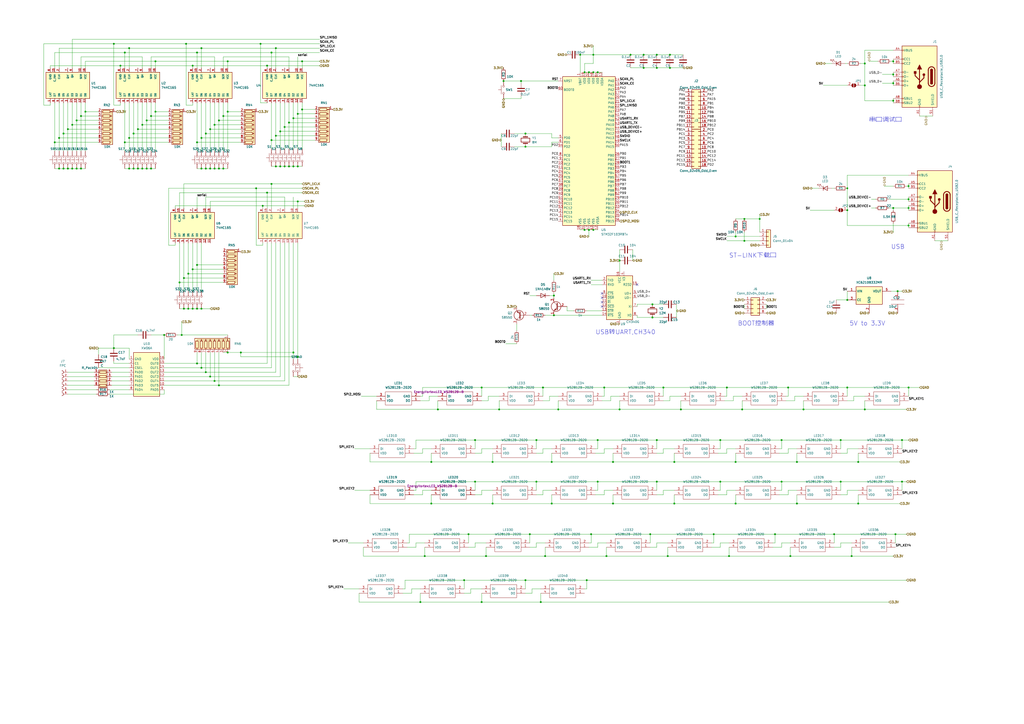
<source format=kicad_sch>
(kicad_sch (version 20211123) (generator eeschema)
  (paper "A2")
  (lib_symbols
    (symbol "74HC165:74HC165" (pin_names (offset 1.016))
      (property "Reference" "U" (at -7.6307 20.3485 0))
      (property "Value" "74HC165" (at -7.6314 17.8066 0))
      (symbol "74HC165_0_0"
        (pin bidirectional line (at 10.16 -5.08 180) (length 2.54) (name "LAT") (number "1"))
        (pin bidirectional line (at -10.16 12.7 0) (length 2.54) (name "SER") (number "10"))
        (pin bidirectional line (at 10.16 15.24 180) (length 2.54) (name "D0") (number "11"))
        (pin bidirectional line (at 10.16 12.7 180) (length 2.54) (name "D1") (number "12"))
        (pin bidirectional line (at 10.16 10.16 180) (length 2.54) (name "D2") (number "13"))
        (pin bidirectional line (at 10.16 7.62 180) (length 2.54) (name "D3") (number "14"))
        (pin bidirectional line (at -10.16 -2.54 0) (length 2.54) (name "C_INH") (number "15"))
        (pin bidirectional line (at -10.16 15.24 0) (length 2.54) (name "VCC") (number "16"))
        (pin bidirectional line (at -10.16 0 0) (length 2.54) (name "CLK") (number "2"))
        (pin bidirectional line (at 10.16 5.08 180) (length 2.54) (name "D4") (number "3"))
        (pin bidirectional line (at 10.16 2.54 180) (length 2.54) (name "D5") (number "4"))
        (pin bidirectional line (at 10.16 0 180) (length 2.54) (name "D6") (number "5"))
        (pin bidirectional line (at 10.16 -2.54 180) (length 2.54) (name "D7") (number "6"))
        (pin bidirectional line (at -10.16 5.08 0) (length 2.54) (name "QH'") (number "7"))
        (pin bidirectional line (at -10.16 -5.08 0) (length 2.54) (name "GND") (number "8"))
        (pin bidirectional line (at -10.16 7.62 0) (length 2.54) (name "QH") (number "9"))
      )
    )
    (symbol "Connector_Generic:Conn_01x04" (pin_names (offset 1.016) hide)
      (property "Reference" "J" (at 0 5.08 0))
      (property "Value" "Conn_01x04" (at 0 -7.62 0))
      (symbol "Conn_01x04_1_1"
        (pin passive line (at -5.08 2.54 0) (length 3.81) (name "Pin_1") (number "1"))
        (pin passive line (at -5.08 0 0) (length 3.81) (name "Pin_2") (number "2"))
        (pin passive line (at -5.08 -2.54 0) (length 3.81) (name "Pin_3") (number "3"))
        (pin passive line (at -5.08 -5.08 0) (length 3.81) (name "Pin_4") (number "4"))
      )
    )
    (symbol "Connector_Generic:Conn_02x04_Odd_Even" (pin_names (offset 1.016) hide)
      (property "Reference" "J" (at 1.27 5.08 0))
      (property "Value" "Conn_02x04_Odd_Even" (at 1.27 -7.62 0))
      (symbol "Conn_02x04_Odd_Even_1_1"
        (pin passive line (at -5.08 2.54 0) (length 3.81) (name "Pin_1") (number "1"))
        (pin passive line (at 7.62 2.54 180) (length 3.81) (name "Pin_2") (number "2"))
        (pin passive line (at -5.08 0 0) (length 3.81) (name "Pin_3") (number "3"))
        (pin passive line (at 7.62 0 180) (length 3.81) (name "Pin_4") (number "4"))
        (pin passive line (at -5.08 -2.54 0) (length 3.81) (name "Pin_5") (number "5"))
        (pin passive line (at 7.62 -2.54 180) (length 3.81) (name "Pin_6") (number "6"))
        (pin passive line (at -5.08 -5.08 0) (length 3.81) (name "Pin_7") (number "7"))
        (pin passive line (at 7.62 -5.08 180) (length 3.81) (name "Pin_8") (number "8"))
      )
    )
    (symbol "Connector_Generic:Conn_02x09_Odd_Even" (pin_names (offset 1.016) hide)
      (property "Reference" "J" (at 1.27 12.7 0))
      (property "Value" "Conn_02x09_Odd_Even" (at 1.27 -12.7 0))
      (symbol "Conn_02x09_Odd_Even_1_1"
        (pin passive line (at -5.08 10.16 0) (length 3.81) (name "Pin_1") (number "1"))
        (pin passive line (at 7.62 0 180) (length 3.81) (name "Pin_10") (number "10"))
        (pin passive line (at -5.08 -2.54 0) (length 3.81) (name "Pin_11") (number "11"))
        (pin passive line (at 7.62 -2.54 180) (length 3.81) (name "Pin_12") (number "12"))
        (pin passive line (at -5.08 -5.08 0) (length 3.81) (name "Pin_13") (number "13"))
        (pin passive line (at 7.62 -5.08 180) (length 3.81) (name "Pin_14") (number "14"))
        (pin passive line (at -5.08 -7.62 0) (length 3.81) (name "Pin_15") (number "15"))
        (pin passive line (at 7.62 -7.62 180) (length 3.81) (name "Pin_16") (number "16"))
        (pin passive line (at -5.08 -10.16 0) (length 3.81) (name "Pin_17") (number "17"))
        (pin passive line (at 7.62 -10.16 180) (length 3.81) (name "Pin_18") (number "18"))
        (pin passive line (at 7.62 10.16 180) (length 3.81) (name "Pin_2") (number "2"))
        (pin passive line (at -5.08 7.62 0) (length 3.81) (name "Pin_3") (number "3"))
        (pin passive line (at 7.62 7.62 180) (length 3.81) (name "Pin_4") (number "4"))
        (pin passive line (at -5.08 5.08 0) (length 3.81) (name "Pin_5") (number "5"))
        (pin passive line (at 7.62 5.08 180) (length 3.81) (name "Pin_6") (number "6"))
        (pin passive line (at -5.08 2.54 0) (length 3.81) (name "Pin_7") (number "7"))
        (pin passive line (at 7.62 2.54 180) (length 3.81) (name "Pin_8") (number "8"))
        (pin passive line (at -5.08 0 0) (length 3.81) (name "Pin_9") (number "9"))
      )
    )
    (symbol "Device:C" (pin_numbers hide) (pin_names (offset 0.254))
      (property "Reference" "C" (at 0.635 2.54 0))
      (property "Value" "C" (at 0.635 -2.54 0))
      (symbol "C_1_1"
        (pin passive line (at 0 3.81 270) (length 2.794) (name "~") (number "1"))
        (pin passive line (at 0 -3.81 90) (length 2.794) (name "~") (number "2"))
      )
    )
    (symbol "Device:Crystal" (pin_numbers hide) (pin_names (offset 1.016) hide)
      (property "Reference" "Y" (at 0 3.81 0))
      (property "Value" "Crystal" (at 0 -3.81 0))
      (symbol "Crystal_1_1"
        (pin passive line (at -3.81 0 0) (length 1.27) (name "1") (number "1"))
        (pin passive line (at 3.81 0 180) (length 1.27) (name "2") (number "2"))
      )
    )
    (symbol "Device:LED" (pin_numbers hide) (pin_names (offset 1.016) hide)
      (property "Reference" "D" (at 0 2.54 0))
      (property "Value" "LED" (at 0 -2.54 0))
      (symbol "LED_1_1"
        (pin passive line (at -3.81 0 0) (length 2.54) (name "K") (number "1"))
        (pin passive line (at 3.81 0 180) (length 2.54) (name "A") (number "2"))
      )
    )
    (symbol "Device:R" (pin_numbers hide) (pin_names (offset 0))
      (property "Reference" "R" (at 2.032 0 90))
      (property "Value" "R" (at 0 0 90))
      (symbol "R_1_1"
        (pin passive line (at 0 3.81 270) (length 1.27) (name "~") (number "1"))
        (pin passive line (at 0 -3.81 90) (length 1.27) (name "~") (number "2"))
      )
    )
    (symbol "Device:R_Network08" (pin_names (offset 0) hide)
      (property "Reference" "RN" (at -12.7 0 90))
      (property "Value" "R_Network08" (at 10.16 0 90))
      (symbol "R_Network08_1_1"
        (pin passive line (at -10.16 5.08 270) (length 2.54) (name "common") (number "1"))
        (pin passive line (at -10.16 -5.08 90) (length 1.27) (name "R1") (number "2"))
        (pin passive line (at -7.62 -5.08 90) (length 1.27) (name "R2") (number "3"))
        (pin passive line (at -5.08 -5.08 90) (length 1.27) (name "R3") (number "4"))
        (pin passive line (at -2.54 -5.08 90) (length 1.27) (name "R4") (number "5"))
        (pin passive line (at 0 -5.08 90) (length 1.27) (name "R5") (number "6"))
        (pin passive line (at 2.54 -5.08 90) (length 1.27) (name "R6") (number "7"))
        (pin passive line (at 5.08 -5.08 90) (length 1.27) (name "R7") (number "8"))
        (pin passive line (at 7.62 -5.08 90) (length 1.27) (name "R8") (number "9"))
      )
    )
    (symbol "Device:R_Pack04" (pin_names (offset 0) hide)
      (property "Reference" "RN" (at -7.62 0 90))
      (property "Value" "R_Pack04" (at 5.08 0 90))
      (symbol "R_Pack04_1_1"
        (pin passive line (at -5.08 -5.08 90) (length 2.54) (name "R1.1") (number "1"))
        (pin passive line (at -2.54 -5.08 90) (length 2.54) (name "R2.1") (number "2"))
        (pin passive line (at 0 -5.08 90) (length 2.54) (name "R3.1") (number "3"))
        (pin passive line (at 2.54 -5.08 90) (length 2.54) (name "R4.1") (number "4"))
        (pin passive line (at 2.54 5.08 270) (length 2.54) (name "R4.2") (number "5"))
        (pin passive line (at 0 5.08 270) (length 2.54) (name "R3.2") (number "6"))
        (pin passive line (at -2.54 5.08 270) (length 2.54) (name "R2.2") (number "7"))
        (pin passive line (at -5.08 5.08 270) (length 2.54) (name "R1.2") (number "8"))
      )
    )
    (symbol "Diode:1N4148W" (pin_numbers hide) (pin_names (offset 1.016) hide)
      (property "Reference" "D" (at 0 2.54 0))
      (property "Value" "1N4148W" (at 0 -2.54 0))
      (symbol "1N4148W_1_1"
        (pin passive line (at -3.81 0 0) (length 2.54) (name "K") (number "1"))
        (pin passive line (at 3.81 0 180) (length 2.54) (name "A") (number "2"))
      )
    )
    (symbol "EnergyVortex:USB_C_Receptacle_USB2.0" (pin_names (offset 1.016))
      (property "Reference" "J" (at -10.16 19.05 0))
      (property "Value" "USB_C_Receptacle_USB2.0" (at 19.05 19.05 0))
      (symbol "USB_C_Receptacle_USB2.0_1_1"
        (pin passive line (at 0 -22.86 90) (length 5.08) (name "GND") (number "A1"))
        (pin passive line (at 0 -22.86 90) (length 5.08) hide (name "GND") (number "A12"))
        (pin passive line (at 15.24 15.24 180) (length 5.08) (name "VBUS") (number "A4"))
        (pin bidirectional line (at 15.24 10.16 180) (length 5.08) (name "CC1") (number "A5"))
        (pin bidirectional line (at 15.24 -2.54 180) (length 5.08) (name "D+") (number "A6"))
        (pin bidirectional line (at 15.24 2.54 180) (length 5.08) (name "D-") (number "A7"))
        (pin bidirectional line (at 15.24 -12.7 180) (length 5.08) (name "SBU1") (number "A8"))
        (pin passive line (at 15.24 15.24 180) (length 5.08) hide (name "VBUS") (number "A9"))
        (pin passive line (at 0 -22.86 90) (length 5.08) hide (name "GND") (number "B1"))
        (pin passive line (at 0 -22.86 90) (length 5.08) hide (name "GND") (number "B12"))
        (pin passive line (at 15.24 15.24 180) (length 5.08) hide (name "VBUS") (number "B4"))
        (pin bidirectional line (at 15.24 7.62 180) (length 5.08) (name "CC2") (number "B5"))
        (pin bidirectional line (at 15.24 -5.08 180) (length 5.08) (name "D+") (number "B6"))
        (pin bidirectional line (at 15.24 0 180) (length 5.08) (name "D-") (number "B7"))
        (pin bidirectional line (at 15.24 -15.24 180) (length 5.08) (name "SBU2") (number "B8"))
        (pin passive line (at 15.24 15.24 180) (length 5.08) hide (name "VBUS") (number "B9"))
        (pin passive line (at -7.62 -22.86 90) (length 5.08) (name "SHIELD") (number "S1"))
      )
    )
    (symbol "EnergyVortex:WS2812B-2020" (pin_names (offset 0.762))
      (property "Reference" "LED" (at 21.59 7.62 0))
      (property "Value" "WS2812B-2020" (at 21.59 5.08 0))
      (symbol "WS2812B-2020_0_0"
        (pin passive line (at 25.4 -2.54 180) (length 5.08) (name "DO") (number "1"))
        (pin passive line (at 25.4 0 180) (length 5.08) (name "GND") (number "2"))
        (pin passive line (at 0 0 0) (length 5.08) (name "DI") (number "3"))
        (pin passive line (at 0 -2.54 0) (length 5.08) (name "VDD") (number "4"))
      )
    )
    (symbol "EnergyVortex:XW06A"
      (property "Reference" "U" (at -5.08 13.97 0))
      (property "Value" "XW06A" (at 1.27 13.97 0))
      (symbol "XW06A_1_1"
        (pin power_in line (at -10.16 8.89 0) (length 2.54) (name "GND") (number "1"))
        (pin input line (at 10.16 -6.35 180) (length 2.54) (name "OUT5") (number "10"))
        (pin input line (at 10.16 -3.81 180) (length 2.54) (name "OUT4") (number "11"))
        (pin input line (at 10.16 -1.27 180) (length 2.54) (name "OUT3") (number "12"))
        (pin output line (at 10.16 1.27 180) (length 2.54) (name "OUT2") (number "13"))
        (pin output line (at 10.16 3.81 180) (length 2.54) (name "OUT1") (number "14"))
        (pin input line (at 10.16 6.35 180) (length 2.54) (name "OUT0") (number "15"))
        (pin power_in line (at 10.16 8.89 180) (length 2.54) (name "VDD") (number "16"))
        (pin output line (at -10.16 6.35 0) (length 2.54) (name "C1") (number "2"))
        (pin input line (at -10.16 3.81 0) (length 2.54) (name "CSEL") (number "3"))
        (pin passive line (at -10.16 1.27 0) (length 2.54) (name "PAD0") (number "4"))
        (pin bidirectional line (at -10.16 -1.27 0) (length 2.54) (name "PAD1") (number "5"))
        (pin bidirectional line (at -10.16 -3.81 0) (length 2.54) (name "PAD2") (number "6"))
        (pin input line (at -10.16 -6.35 0) (length 2.54) (name "PAD3") (number "7"))
        (pin output line (at -10.16 -8.89 0) (length 2.54) (name "PAD4") (number "8"))
        (pin input line (at 10.16 -8.89 180) (length 2.54) (name "PAD5") (number "9"))
      )
    )
    (symbol "FPC-0.5mm-6PIN:68710614022" (pin_names (offset 1.016))
      (property "Reference" "J" (at 0 1.5084 0))
      (property "Value" "68710614022" (at 0 -2.54 0))
      (symbol "68710614022_0_0"
        (pin passive line (at -5.08 -7.62 0) (length 2.54) (name "~") (number "1"))
        (pin passive line (at -5.08 -5.08 0) (length 2.54) (name "~") (number "2"))
        (pin passive line (at -5.08 -2.54 0) (length 2.54) (name "~") (number "3"))
        (pin passive line (at -5.08 0 0) (length 2.54) (name "~") (number "4"))
        (pin passive line (at -5.08 2.54 0) (length 2.54) (name "~") (number "5"))
        (pin passive line (at -5.08 5.08 0) (length 2.54) (name "~") (number "6"))
      )
    )
    (symbol "Interface_USB:CH340G"
      (property "Reference" "U" (at -5.08 13.97 0))
      (property "Value" "CH340G" (at 1.27 13.97 0))
      (symbol "CH340G_1_1"
        (pin power_in line (at 0 -15.24 90) (length 2.54) (name "GND") (number "1"))
        (pin input line (at 10.16 0 180) (length 2.54) (name "~{DSR}") (number "10"))
        (pin input line (at 10.16 -2.54 180) (length 2.54) (name "~{RI}") (number "11"))
        (pin input line (at 10.16 -5.08 180) (length 2.54) (name "~{DCD}") (number "12"))
        (pin output line (at 10.16 -7.62 180) (length 2.54) (name "~{DTR}") (number "13"))
        (pin output line (at 10.16 -10.16 180) (length 2.54) (name "~{RTS}") (number "14"))
        (pin input line (at -10.16 7.62 0) (length 2.54) (name "R232") (number "15"))
        (pin power_in line (at 0 15.24 270) (length 2.54) (name "VCC") (number "16"))
        (pin output line (at 10.16 10.16 180) (length 2.54) (name "TXD") (number "2"))
        (pin input line (at 10.16 7.62 180) (length 2.54) (name "RXD") (number "3"))
        (pin passive line (at -2.54 15.24 270) (length 2.54) (name "V3") (number "4"))
        (pin bidirectional line (at -10.16 2.54 0) (length 2.54) (name "UD+") (number "5"))
        (pin bidirectional line (at -10.16 0 0) (length 2.54) (name "UD-") (number "6"))
        (pin input line (at -10.16 -5.08 0) (length 2.54) (name "XI") (number "7"))
        (pin output line (at -10.16 -10.16 0) (length 2.54) (name "XO") (number "8"))
        (pin input line (at 10.16 2.54 180) (length 2.54) (name "~{CTS}") (number "9"))
      )
    )
    (symbol "Jumper:SolderJumper_2_Open" (pin_names (offset 0) hide)
      (property "Reference" "JP" (at 0 2.032 0))
      (property "Value" "SolderJumper_2_Open" (at 0 -2.54 0))
      (symbol "SolderJumper_2_Open_1_1"
        (pin passive line (at -3.81 0 0) (length 2.54) (name "A") (number "1"))
        (pin passive line (at 3.81 0 180) (length 2.54) (name "B") (number "2"))
      )
    )
    (symbol "MCU_ST_STM32F1:STM32F103RBTx"
      (property "Reference" "U" (at -15.24 44.45 0))
      (property "Value" "STM32F103RBTx" (at 10.16 44.45 0))
      (symbol "STM32F103RBTx_1_1"
        (pin power_in line (at -5.08 45.72 270) (length 2.54) (name "VBAT") (number "1"))
        (pin bidirectional line (at -17.78 -7.62 0) (length 2.54) (name "PC2") (number "10"))
        (pin bidirectional line (at -17.78 -10.16 0) (length 2.54) (name "PC3") (number "11"))
        (pin power_in line (at 5.08 -45.72 90) (length 2.54) (name "VSSA") (number "12"))
        (pin power_in line (at 7.62 45.72 270) (length 2.54) (name "VDDA") (number "13"))
        (pin bidirectional line (at 17.78 40.64 180) (length 2.54) (name "PA0") (number "14"))
        (pin bidirectional line (at 17.78 38.1 180) (length 2.54) (name "PA1") (number "15"))
        (pin bidirectional line (at 17.78 35.56 180) (length 2.54) (name "PA2") (number "16"))
        (pin bidirectional line (at 17.78 33.02 180) (length 2.54) (name "PA3") (number "17"))
        (pin power_in line (at -5.08 -45.72 90) (length 2.54) (name "VSS") (number "18"))
        (pin power_in line (at -2.54 45.72 270) (length 2.54) (name "VDD") (number "19"))
        (pin bidirectional line (at -17.78 -35.56 0) (length 2.54) (name "PC13") (number "2"))
        (pin bidirectional line (at 17.78 30.48 180) (length 2.54) (name "PA4") (number "20"))
        (pin bidirectional line (at 17.78 27.94 180) (length 2.54) (name "PA5") (number "21"))
        (pin bidirectional line (at 17.78 25.4 180) (length 2.54) (name "PA6") (number "22"))
        (pin bidirectional line (at 17.78 22.86 180) (length 2.54) (name "PA7") (number "23"))
        (pin bidirectional line (at -17.78 -12.7 0) (length 2.54) (name "PC4") (number "24"))
        (pin bidirectional line (at -17.78 -15.24 0) (length 2.54) (name "PC5") (number "25"))
        (pin bidirectional line (at 17.78 -2.54 180) (length 2.54) (name "PB0") (number "26"))
        (pin bidirectional line (at 17.78 -5.08 180) (length 2.54) (name "PB1") (number "27"))
        (pin bidirectional line (at 17.78 -7.62 180) (length 2.54) (name "PB2") (number "28"))
        (pin bidirectional line (at 17.78 -27.94 180) (length 2.54) (name "PB10") (number "29"))
        (pin bidirectional line (at -17.78 -38.1 0) (length 2.54) (name "PC14") (number "3"))
        (pin bidirectional line (at 17.78 -30.48 180) (length 2.54) (name "PB11") (number "30"))
        (pin power_in line (at -2.54 -45.72 90) (length 2.54) (name "VSS") (number "31"))
        (pin power_in line (at 0 45.72 270) (length 2.54) (name "VDD") (number "32"))
        (pin bidirectional line (at 17.78 -33.02 180) (length 2.54) (name "PB12") (number "33"))
        (pin bidirectional line (at 17.78 -35.56 180) (length 2.54) (name "PB13") (number "34"))
        (pin bidirectional line (at 17.78 -38.1 180) (length 2.54) (name "PB14") (number "35"))
        (pin bidirectional line (at 17.78 -40.64 180) (length 2.54) (name "PB15") (number "36"))
        (pin bidirectional line (at -17.78 -17.78 0) (length 2.54) (name "PC6") (number "37"))
        (pin bidirectional line (at -17.78 -20.32 0) (length 2.54) (name "PC7") (number "38"))
        (pin bidirectional line (at -17.78 -22.86 0) (length 2.54) (name "PC8") (number "39"))
        (pin bidirectional line (at -17.78 -40.64 0) (length 2.54) (name "PC15") (number "4"))
        (pin bidirectional line (at -17.78 -25.4 0) (length 2.54) (name "PC9") (number "40"))
        (pin bidirectional line (at 17.78 20.32 180) (length 2.54) (name "PA8") (number "41"))
        (pin bidirectional line (at 17.78 17.78 180) (length 2.54) (name "PA9") (number "42"))
        (pin bidirectional line (at 17.78 15.24 180) (length 2.54) (name "PA10") (number "43"))
        (pin bidirectional line (at 17.78 12.7 180) (length 2.54) (name "PA11") (number "44"))
        (pin bidirectional line (at 17.78 10.16 180) (length 2.54) (name "PA12") (number "45"))
        (pin bidirectional line (at 17.78 7.62 180) (length 2.54) (name "PA13") (number "46"))
        (pin power_in line (at 0 -45.72 90) (length 2.54) (name "VSS") (number "47"))
        (pin power_in line (at 2.54 45.72 270) (length 2.54) (name "VDD") (number "48"))
        (pin bidirectional line (at 17.78 5.08 180) (length 2.54) (name "PA14") (number "49"))
        (pin input line (at -17.78 7.62 0) (length 2.54) (name "PD0") (number "5"))
        (pin bidirectional line (at 17.78 2.54 180) (length 2.54) (name "PA15") (number "50"))
        (pin bidirectional line (at -17.78 -27.94 0) (length 2.54) (name "PC10") (number "51"))
        (pin bidirectional line (at -17.78 -30.48 0) (length 2.54) (name "PC11") (number "52"))
        (pin bidirectional line (at -17.78 -33.02 0) (length 2.54) (name "PC12") (number "53"))
        (pin bidirectional line (at -17.78 2.54 0) (length 2.54) (name "PD2") (number "54"))
        (pin bidirectional line (at 17.78 -10.16 180) (length 2.54) (name "PB3") (number "55"))
        (pin bidirectional line (at 17.78 -12.7 180) (length 2.54) (name "PB4") (number "56"))
        (pin bidirectional line (at 17.78 -15.24 180) (length 2.54) (name "PB5") (number "57"))
        (pin bidirectional line (at 17.78 -17.78 180) (length 2.54) (name "PB6") (number "58"))
        (pin bidirectional line (at 17.78 -20.32 180) (length 2.54) (name "PB7") (number "59"))
        (pin input line (at -17.78 5.08 0) (length 2.54) (name "PD1") (number "6"))
        (pin input line (at -17.78 35.56 0) (length 2.54) (name "BOOT0") (number "60"))
        (pin bidirectional line (at 17.78 -22.86 180) (length 2.54) (name "PB8") (number "61"))
        (pin bidirectional line (at 17.78 -25.4 180) (length 2.54) (name "PB9") (number "62"))
        (pin power_in line (at 2.54 -45.72 90) (length 2.54) (name "VSS") (number "63"))
        (pin power_in line (at 5.08 45.72 270) (length 2.54) (name "VDD") (number "64"))
        (pin input line (at -17.78 40.64 0) (length 2.54) (name "NRST") (number "7"))
        (pin bidirectional line (at -17.78 -2.54 0) (length 2.54) (name "PC0") (number "8"))
        (pin bidirectional line (at -17.78 -5.08 0) (length 2.54) (name "PC1") (number "9"))
      )
    )
    (symbol "Regulator_Linear:XC6210B332MR"
      (property "Reference" "U" (at 0 8.89 0))
      (property "Value" "XC6210B332MR" (at 0 6.35 0))
      (symbol "XC6210B332MR_1_1"
        (pin power_in line (at -12.7 2.54 0) (length 5.08) (name "VIN") (number "1"))
        (pin power_in line (at 0 -10.16 90) (length 5.08) (name "GND") (number "2"))
        (pin input line (at -12.7 -2.54 0) (length 5.08) (name "CE") (number "3"))
        (pin no_connect line (at 12.7 -2.54 180) (length 5.08) hide (name "NC") (number "4"))
        (pin power_out line (at 12.7 2.54 180) (length 5.08) (name "VOUT") (number "5"))
      )
    )
    (symbol "Switch:SW_Push" (pin_numbers hide) (pin_names (offset 1.016) hide)
      (property "Reference" "SW" (at 1.27 2.54 0))
      (property "Value" "SW_Push" (at 0 -1.524 0))
      (symbol "SW_Push_0_1"
        (pin passive line (at -5.08 0 0) (length 2.54) (name "1") (number "1"))
        (pin passive line (at 5.08 0 180) (length 2.54) (name "2") (number "2"))
      )
    )
    (symbol "Transistor_BJT:S8050" (pin_names (offset 0) hide)
      (property "Reference" "Q" (at 5.08 1.905 0))
      (property "Value" "S8050" (at 5.08 0 0))
      (symbol "S8050_1_1"
        (pin passive line (at 2.54 -5.08 90) (length 2.54) (name "E") (number "1"))
        (pin input line (at -5.08 0 0) (length 5.08) (name "B") (number "2"))
        (pin passive line (at 2.54 5.08 270) (length 2.54) (name "C") (number "3"))
      )
    )
    (symbol "Transistor_BJT:S8550" (pin_names (offset 0) hide)
      (property "Reference" "Q" (at 5.08 1.905 0))
      (property "Value" "S8550" (at 5.08 0 0))
      (symbol "S8550_1_1"
        (pin passive line (at 2.54 -5.08 90) (length 2.54) (name "E") (number "1"))
        (pin input line (at -5.08 0 0) (length 5.08) (name "B") (number "2"))
        (pin passive line (at 2.54 5.08 270) (length 2.54) (name "C") (number "3"))
      )
    )
    (symbol "pspice:CAP" (pin_names (offset 0.254))
      (property "Reference" "C" (at 2.54 3.81 90))
      (property "Value" "CAP" (at 2.54 -3.81 90))
      (symbol "CAP_1_1"
        (pin passive line (at 0 6.35 270) (length 5.08) (name "~") (number "1"))
        (pin passive line (at 0 -6.35 90) (length 5.08) (name "~") (number "2"))
      )
    )
  )
  (junction (at 254 237.49))
  (junction (at 394.97 237.49))
  (junction (at 116.84 27.94))
  (junction (at 165.1 73.66))
  (junction (at 417.83 279.4))
  (junction (at 519.43 309.88))
  (junction (at 304.8 85.09))
  (junction (at 285.75 267.97))
  (junction (at 431.8 139.7))
  (junction (at 501.65 36.83))
  (junction (at 359.41 151.13))
  (junction (at 320.04 292.1))
  (junction (at 289.56 237.49))
  (junction (at 458.47 322.58))
  (junction (at 95.25 194.31))
  (junction (at 453.39 255.27))
  (junction (at 87.63 67.31))
  (junction (at 378.46 184.15))
  (junction (at 151.13 25.4))
  (junction (at 165.1 96.52))
  (junction (at 139.7 204.47))
  (junction (at 175.26 63.5))
  (junction (at 116.84 179.07))
  (junction (at 85.09 69.85))
  (junction (at 501.65 49.53))
  (junction (at 49.53 64.77))
  (junction (at 80.01 74.93))
  (junction (at 341.63 133.35))
  (junction (at 160.02 78.74))
  (junction (at 497.84 292.1))
  (junction (at 430.53 237.49))
  (junction (at 457.2 224.79))
  (junction (at 527.05 115.57))
  (junction (at 157.48 30.48))
  (junction (at 518.16 43.18))
  (junction (at 422.91 322.58))
  (junction (at 114.3 30.48))
  (junction (at 449.58 309.88))
  (junction (at 46.99 67.31))
  (junction (at 359.41 237.49))
  (junction (at 275.59 279.4))
  (junction (at 342.9 309.88))
  (junction (at 114.3 82.55))
  (junction (at 124.46 72.39))
  (junction (at 431.8 127))
  (junction (at 387.35 322.58))
  (junction (at 172.72 66.04))
  (junction (at 119.38 77.47))
  (junction (at 124.46 220.98))
  (junction (at 462.28 267.97))
  (junction (at 44.45 97.79))
  (junction (at 77.47 97.79))
  (junction (at 72.39 82.55))
  (junction (at 114.3 210.82))
  (junction (at 36.83 77.47))
  (junction (at 162.56 76.2))
  (junction (at 167.64 96.52))
  (junction (at 170.18 68.58))
  (junction (at 129.54 97.79))
  (junction (at 121.92 74.93))
  (junction (at 82.55 72.39))
  (junction (at 172.72 96.52))
  (junction (at 121.92 218.44))
  (junction (at 340.36 336.55))
  (junction (at 87.63 97.79))
  (junction (at 39.37 74.93))
  (junction (at 132.08 204.47))
  (junction (at 74.93 80.01))
  (junction (at 417.83 255.27))
  (junction (at 483.87 309.88))
  (junction (at 34.29 80.01))
  (junction (at 127 97.79))
  (junction (at 520.7 168.91))
  (junction (at 124.46 97.79))
  (junction (at 346.71 41.91))
  (junction (at 336.55 31.75))
  (junction (at 311.15 279.4))
  (junction (at 518.16 35.56))
  (junction (at 44.45 69.85))
  (junction (at 466.09 237.49))
  (junction (at 154.94 38.1))
  (junction (at 80.01 97.79))
  (junction (at 109.22 158.75))
  (junction (at 355.6 292.1))
  (junction (at 271.78 309.88))
  (junction (at 111.76 179.07))
  (junction (at 304.8 336.55))
  (junction (at 170.18 204.47))
  (junction (at 373.38 39.37))
  (junction (at 491.49 121.92))
  (junction (at 167.64 71.12))
  (junction (at 518.16 48.26))
  (junction (at 157.48 106.68))
  (junction (at 426.72 137.16))
  (junction (at 275.59 255.27))
  (junction (at 381 39.37))
  (junction (at 497.84 267.97))
  (junction (at 426.72 292.1))
  (junction (at 414.02 309.88))
  (junction (at 104.14 163.83))
  (junction (at 69.85 38.1))
  (junction (at 111.76 38.1))
  (junction (at 391.16 267.97))
  (junction (at 523.24 279.4))
  (junction (at 388.62 39.37))
  (junction (at 351.79 322.58))
  (junction (at 281.94 322.58))
  (junction (at 391.16 292.1))
  (junction (at 250.19 292.1))
  (junction (at 314.96 224.79))
  (junction (at 162.56 96.52))
  (junction (at 243.84 349.25))
  (junction (at 107.95 25.4))
  (junction (at 355.6 267.97))
  (junction (at 269.24 336.55))
  (junction (at 323.85 237.49))
  (junction (at 285.75 292.1))
  (junction (at 279.4 224.79))
  (junction (at 152.4 119.38))
  (junction (at 154.94 111.76))
  (junction (at 41.91 97.79))
  (junction (at 377.19 309.88))
  (junction (at 77.47 77.47))
  (junction (at 90.17 64.77))
  (junction (at 341.63 41.91))
  (junction (at 350.52 224.79))
  (junction (at 172.72 116.84))
  (junction (at 384.81 224.79))
  (junction (at 378.46 176.53))
  (junction (at 129.54 67.31))
  (junction (at 491.49 109.22))
  (junction (at 344.17 41.91))
  (junction (at 346.71 279.4))
  (junction (at 527.05 120.65))
  (junction (at 74.93 97.79))
  (junction (at 527.05 130.81))
  (junction (at 114.3 179.07))
  (junction (at 66.04 25.4))
  (junction (at 339.09 133.35))
  (junction (at 388.62 31.75))
  (junction (at 304.8 77.47))
  (junction (at 279.4 349.25))
  (junction (at 106.68 179.07))
  (junction (at 302.26 46.99))
  (junction (at 74.93 27.94))
  (junction (at 175.26 35.56))
  (junction (at 381 255.27))
  (junction (at 39.37 97.79))
  (junction (at 527.05 224.79))
  (junction (at 491.49 173.99))
  (junction (at 421.64 224.79))
  (junction (at 320.04 267.97))
  (junction (at 119.38 97.79))
  (junction (at 127 69.85))
  (junction (at 148.59 109.22))
  (junction (at 160.02 96.52))
  (junction (at 462.28 292.1))
  (junction (at 487.68 279.4))
  (junction (at 66.04 201.93))
  (junction (at 494.03 322.58))
  (junction (at 170.18 96.52))
  (junction (at 491.49 224.79))
  (junction (at 321.31 171.45))
  (junction (at 82.55 97.79))
  (junction (at 105.41 194.31))
  (junction (at 111.76 156.21))
  (junction (at 344.17 133.35))
  (junction (at 527.05 107.95))
  (junction (at 116.84 97.79))
  (junction (at 127 223.52))
  (junction (at 72.39 30.48))
  (junction (at 344.17 31.75))
  (junction (at 339.09 41.91))
  (junction (at 440.69 127))
  (junction (at 31.75 82.55))
  (junction (at 381 279.4))
  (junction (at 46.99 97.79))
  (junction (at 36.83 97.79))
  (junction (at 518.16 58.42))
  (junction (at 132.08 64.77))
  (junction (at 307.34 309.88))
  (junction (at 116.84 213.36))
  (junction (at 311.15 255.27))
  (junction (at 346.71 255.27))
  (junction (at 160.02 27.94))
  (junction (at 501.65 237.49))
  (junction (at 381 31.75))
  (junction (at 321.31 182.88))
  (junction (at 313.69 349.25))
  (junction (at 41.91 72.39))
  (junction (at 90.17 35.56))
  (junction (at 34.29 97.79))
  (junction (at 453.39 279.4))
  (junction (at 523.24 255.27))
  (junction (at 119.38 215.9))
  (junction (at 157.48 81.28))
  (junction (at 365.76 31.75))
  (junction (at 109.22 179.07))
  (junction (at 106.68 161.29))
  (junction (at 292.1 46.99))
  (junction (at 121.92 97.79))
  (junction (at 246.38 322.58))
  (junction (at 426.72 267.97))
  (junction (at 114.3 153.67))
  (junction (at 250.19 267.97))
  (junction (at 487.68 255.27))
  (junction (at 316.23 322.58))
  (junction (at 116.84 80.01))
  (junction (at 172.72 207.01))
  (junction (at 132.08 35.56))
  (junction (at 373.38 31.75))
  (junction (at 85.09 97.79))
  (junction (at 518.16 120.65))
  (no_connect (at 349.25 175.26))
  (no_connect (at 349.25 170.18))
  (no_connect (at 349.25 177.8))
  (no_connect (at 349.25 172.72))
  (no_connect (at 369.57 165.1))
  (wire (pts (xy 114.3 30.48) (xy 72.39 30.48)))
  (wire (pts (xy 483.87 309.88) (xy 519.43 309.88)))
  (wire (pts (xy 307.34 171.45) (xy 311.15 171.45)))
  (wire (pts (xy 422.91 317.5) (xy 422.91 322.58)))
  (wire (pts (xy 170.18 96.52) (xy 172.72 96.52)))
  (wire (pts (xy 182.88 66.04) (xy 172.72 66.04)))
  (wire (pts (xy 483.87 109.22) (xy 482.6 109.22)))
  (wire (pts (xy 501.65 49.53) (xy 499.11 49.53)))
  (wire (pts (xy 323.85 80.01) (xy 320.04 80.01)))
  (wire (pts (xy 275.59 279.4) (xy 275.59 284.48)))
  (wire (pts (xy 119.38 97.79) (xy 121.92 97.79)))
  (wire (pts (xy 281.94 317.5) (xy 281.94 322.58)))
  (wire (pts (xy 97.79 69.85) (xy 85.09 69.85)))
  (wire (pts (xy 85.09 97.79) (xy 87.63 97.79)))
  (wire (pts (xy 121.92 59.69) (xy 121.92 74.93)))
  (wire (pts (xy 487.68 255.27) (xy 487.68 260.35)))
  (wire (pts (xy 497.84 267.97) (xy 497.84 262.89)))
  (wire (pts (xy 416.56 284.48) (xy 417.83 284.48)))
  (wire (pts (xy 250.19 267.97) (xy 285.75 267.97)))
  (wire (pts (xy 101.6 140.97) (xy 101.6 142.24)))
  (wire (pts (xy 421.64 229.87) (xy 421.64 224.79)))
  (wire (pts (xy 487.68 287.02) (xy 491.49 287.02)))
  (wire (pts (xy 421.64 224.79) (xy 457.2 224.79)))
  (wire (pts (xy 162.56 140.97) (xy 162.56 218.44)))
  (wire (pts (xy 497.84 267.97) (xy 521.97 267.97)))
  (wire (pts (xy 426.72 134.62) (xy 426.72 137.16)))
  (wire (pts (xy 46.99 39.37) (xy 46.99 33.02)))
  (wire (pts (xy 271.78 309.88) (xy 271.78 314.96)))
  (wire (pts (xy 241.3 317.5) (xy 241.3 314.96)))
  (wire (pts (xy 307.34 309.88) (xy 307.34 314.96)))
  (wire (pts (xy 182.88 73.66) (xy 165.1 73.66)))
  (wire (pts (xy 85.09 59.69) (xy 85.09 69.85)))
  (wire (pts (xy 311.15 287.02) (xy 314.96 287.02)))
  (wire (pts (xy 342.9 165.1) (xy 349.25 165.1)))
  (wire (pts (xy 90.17 35.56) (xy 132.08 35.56)))
  (wire (pts (xy 241.3 314.96) (xy 246.38 314.96)))
  (wire (pts (xy 505.46 115.57) (xy 508 115.57)))
  (wire (pts (xy 346.71 255.27) (xy 381 255.27)))
  (wire (pts (xy 107.95 25.4) (xy 151.13 25.4)))
  (wire (pts (xy 285.75 267.97) (xy 320.04 267.97)))
  (wire (pts (xy 114.3 97.79) (xy 116.84 97.79)))
  (wire (pts (xy 515.62 115.57) (xy 527.05 115.57)))
  (wire (pts (xy 425.45 232.41) (xy 420.37 232.41)))
  (wire (pts (xy 240.03 260.35) (xy 241.3 260.35)))
  (wire (pts (xy 431.8 139.7) (xy 440.69 139.7)))
  (wire (pts (xy 416.56 260.35) (xy 417.83 260.35)))
  (wire (pts (xy 66.04 209.55) (xy 66.04 210.82)))
  (wire (pts (xy 394.97 232.41) (xy 394.97 237.49)))
  (wire (pts (xy 381 287.02) (xy 384.81 287.02)))
  (wire (pts (xy 453.39 284.48) (xy 453.39 279.4)))
  (wire (pts (xy 285.75 262.89) (xy 285.75 267.97)))
  (wire (pts (xy 116.84 213.36) (xy 95.25 213.36)))
  (wire (pts (xy 157.48 213.36) (xy 116.84 213.36)))
  (wire (pts (xy 208.28 349.25) (xy 243.84 349.25)))
  (wire (pts (xy 129.54 158.75) (xy 109.22 158.75)))
  (wire (pts (xy 121.92 116.84) (xy 172.72 116.84)))
  (wire (pts (xy 167.64 71.12) (xy 167.64 86.36)))
  (wire (pts (xy 106.68 179.07) (xy 109.22 179.07)))
  (wire (pts (xy 154.94 38.1) (xy 185.42 38.1)))
  (wire (pts (xy 289.56 237.49) (xy 323.85 237.49)))
  (wire (pts (xy 316.23 317.5) (xy 316.23 322.58)))
  (wire (pts (xy 457.2 284.48) (xy 462.28 284.48)))
  (wire (pts (xy 82.55 33.02) (xy 82.55 39.37)))
  (wire (pts (xy 121.92 116.84) (xy 121.92 120.65)))
  (wire (pts (xy 87.63 33.02) (xy 124.46 33.02)))
  (wire (pts (xy 453.39 317.5) (xy 453.39 314.96)))
  (wire (pts (xy 491.49 121.92) (xy 491.49 130.81)))
  (wire (pts (xy 487.68 314.96) (xy 494.03 314.96)))
  (wire (pts (xy 293.37 199.39) (xy 299.72 199.39)))
  (wire (pts (xy 57.15 213.36) (xy 74.93 213.36)))
  (wire (pts (xy 160.02 39.37) (xy 160.02 27.94)))
  (wire (pts (xy 41.91 72.39) (xy 41.91 87.63)))
  (wire (pts (xy 170.18 114.3) (xy 170.18 120.65)))
  (wire (pts (xy 119.38 77.47) (xy 119.38 87.63)))
  (wire (pts (xy 523.24 168.91) (xy 520.7 168.91)))
  (wire (pts (xy 466.09 237.49) (xy 501.65 237.49)))
  (wire (pts (xy 345.44 287.02) (xy 350.52 287.02)))
  (wire (pts (xy 77.47 97.79) (xy 80.01 97.79)))
  (wire (pts (xy 245.11 229.87) (xy 245.11 224.79)))
  (wire (pts (xy 250.19 287.02) (xy 250.19 292.1)))
  (wire (pts (xy 241.3 255.27) (xy 275.59 255.27)))
  (wire (pts (xy 518.16 43.18) (xy 511.81 43.18)))
  (wire (pts (xy 157.48 106.68) (xy 157.48 120.65)))
  (wire (pts (xy 271.78 309.88) (xy 307.34 309.88)))
  (wire (pts (xy 209.55 229.87) (xy 218.44 229.87)))
  (wire (pts (xy 311.15 317.5) (xy 311.15 314.96)))
  (wire (pts (xy 36.83 59.69) (xy 36.83 77.47)))
  (wire (pts (xy 185.42 22.86) (xy 41.91 22.86)))
  (wire (pts (xy 245.11 284.48) (xy 250.19 284.48)))
  (wire (pts (xy 497.84 292.1) (xy 521.97 292.1)))
  (wire (pts (xy 381 317.5) (xy 381 314.96)))
  (wire (pts (xy 414.02 314.96) (xy 414.02 309.88)))
  (wire (pts (xy 431.8 176.53) (xy 431.8 179.07)))
  (wire (pts (xy 426.72 127) (xy 431.8 127)))
  (wire (pts (xy 384.81 224.79) (xy 421.64 224.79)))
  (wire (pts (xy 431.8 127) (xy 440.69 127)))
  (wire (pts (xy 316.23 322.58) (xy 351.79 322.58)))
  (wire (pts (xy 311.15 314.96) (xy 316.23 314.96)))
  (wire (pts (xy 426.72 287.02) (xy 426.72 292.1)))
  (wire (pts (xy 49.53 35.56) (xy 90.17 35.56)))
  (wire (pts (xy 501.65 36.83) (xy 499.11 36.83)))
  (wire (pts (xy 340.36 180.34) (xy 349.25 180.34)))
  (wire (pts (xy 95.25 220.98) (xy 124.46 220.98)))
  (wire (pts (xy 36.83 97.79) (xy 39.37 97.79)))
  (wire (pts (xy 90.17 59.69) (xy 90.17 64.77)))
  (wire (pts (xy 283.21 232.41) (xy 283.21 229.87)))
  (wire (pts (xy 373.38 39.37) (xy 381 39.37)))
  (wire (pts (xy 518.16 34.29) (xy 518.16 35.56)))
  (wire (pts (xy 34.29 97.79) (xy 36.83 97.79)))
  (wire (pts (xy 527.05 224.79) (xy 527.05 229.87)))
  (wire (pts (xy 119.38 215.9) (xy 95.25 215.9)))
  (wire (pts (xy 273.05 341.63) (xy 279.4 341.63)))
  (wire (pts (xy 422.91 314.96) (xy 417.83 314.96)))
  (wire (pts (xy 74.93 208.28) (xy 74.93 201.93)))
  (wire (pts (xy 387.35 317.5) (xy 387.35 322.58)))
  (wire (pts (xy 328.93 177.8) (xy 328.93 180.34)))
  (wire (pts (xy 106.68 106.68) (xy 157.48 106.68)))
  (wire (pts (xy 491.49 224.79) (xy 491.49 229.87)))
  (wire (pts (xy 124.46 33.02) (xy 124.46 39.37)))
  (wire (pts (xy 308.61 344.17) (xy 308.61 341.63)))
  (wire (pts (xy 101.6 119.38) (xy 152.4 119.38)))
  (wire (pts (xy 285.75 292.1) (xy 320.04 292.1)))
  (wire (pts (xy 455.93 229.87) (xy 457.2 229.87)))
  (wire (pts (xy 341.63 133.35) (xy 344.17 133.35)))
  (wire (pts (xy 359.41 237.49) (xy 394.97 237.49)))
  (wire (pts (xy 455.93 232.41) (xy 461.01 232.41)))
  (wire (pts (xy 170.18 204.47) (xy 170.18 208.28)))
  (wire (pts (xy 313.69 349.25) (xy 515.62 349.25)))
  (wire (pts (xy 41.91 97.79) (xy 44.45 97.79)))
  (wire (pts (xy 462.28 267.97) (xy 497.84 267.97)))
  (wire (pts (xy 172.72 33.02) (xy 172.72 39.37)))
  (wire (pts (xy 391.16 267.97) (xy 426.72 267.97)))
  (wire (pts (xy 523.24 255.27) (xy 523.24 260.35)))
  (wire (pts (xy 381 31.75) (xy 388.62 31.75)))
  (wire (pts (xy 66.04 210.82) (xy 74.93 210.82)))
  (wire (pts (xy 491.49 101.6) (xy 491.49 109.22)))
  (wire (pts (xy 501.65 237.49) (xy 501.65 232.41)))
  (wire (pts (xy 414.02 309.88) (xy 449.58 309.88)))
  (wire (pts (xy 106.68 120.65) (xy 106.68 106.68)))
  (wire (pts (xy 64.77 215.9) (xy 74.93 215.9)))
  (wire (pts (xy 351.79 322.58) (xy 387.35 322.58)))
  (wire (pts (xy 90.17 64.77) (xy 90.17 87.63)))
  (wire (pts (xy 501.65 58.42) (xy 518.16 58.42)))
  (wire (pts (xy 318.77 171.45) (xy 321.31 171.45)))
  (wire (pts (xy 237.49 314.96) (xy 237.49 309.88)))
  (wire (pts (xy 107.95 25.4) (xy 107.95 60.96)))
  (wire (pts (xy 289.56 232.41) (xy 289.56 237.49)))
  (wire (pts (xy 82.55 97.79) (xy 85.09 97.79)))
  (wire (pts (xy 417.83 260.35) (xy 417.83 255.27)))
  (wire (pts (xy 373.38 31.75) (xy 381 31.75)))
  (wire (pts (xy 339.09 41.91) (xy 341.63 41.91)))
  (wire (pts (xy 339.09 41.91) (xy 339.09 36.83)))
  (wire (pts (xy 457.2 260.35) (xy 462.28 260.35)))
  (wire (pts (xy 426.72 260.35) (xy 421.64 260.35)))
  (wire (pts (xy 426.72 267.97) (xy 462.28 267.97)))
  (wire (pts (xy 97.79 67.31) (xy 87.63 67.31)))
  (wire (pts (xy 359.41 144.78) (xy 359.41 151.13)))
  (wire (pts (xy 167.64 96.52) (xy 170.18 96.52)))
  (wire (pts (xy 391.16 292.1) (xy 426.72 292.1)))
  (wire (pts (xy 39.37 74.93) (xy 39.37 87.63)))
  (wire (pts (xy 452.12 284.48) (xy 453.39 284.48)))
  (wire (pts (xy 127 69.85) (xy 127 87.63)))
  (wire (pts (xy 279.4 232.41) (xy 283.21 232.41)))
  (wire (pts (xy 114.3 179.07) (xy 116.84 179.07)))
  (wire (pts (xy 111.76 140.97) (xy 111.76 156.21)))
  (wire (pts (xy 97.79 142.24) (xy 97.79 109.22)))
  (wire (pts (xy 462.28 287.02) (xy 462.28 292.1)))
  (wire (pts (xy 518.16 29.21) (xy 501.65 29.21)))
  (wire (pts (xy 170.18 140.97) (xy 170.18 204.47)))
  (wire (pts (xy 69.85 60.96) (xy 66.04 60.96)))
  (wire (pts (xy 111.76 156.21) (xy 111.76 168.91)))
  (wire (pts (xy 388.62 39.37) (xy 396.24 39.37)))
  (wire (pts (xy 298.45 77.47) (xy 304.8 77.47)))
  (wire (pts (xy 452.12 260.35) (xy 453.39 260.35)))
  (wire (pts (xy 129.54 156.21) (xy 111.76 156.21)))
  (wire (pts (xy 349.25 232.41) (xy 354.33 232.41)))
  (wire (pts (xy 80.01 74.93) (xy 80.01 87.63)))
  (wire (pts (xy 25.4 25.4) (xy 66.04 25.4)))
  (wire (pts (xy 160.02 215.9) (xy 119.38 215.9)))
  (wire (pts (xy 119.38 204.47) (xy 119.38 215.9)))
  (wire (pts (xy 355.6 292.1) (xy 391.16 292.1)))
  (wire (pts (xy 462.28 292.1) (xy 497.84 292.1)))
  (wire (pts (xy 523.24 279.4) (xy 525.78 279.4)))
  (wire (pts (xy 236.22 314.96) (xy 237.49 314.96)))
  (wire (pts (xy 165.1 96.52) (xy 167.64 96.52)))
  (wire (pts (xy 69.85 38.1) (xy 111.76 38.1)))
  (wire (pts (xy 359.41 151.13) (xy 359.41 157.48)))
  (wire (pts (xy 477.52 49.53) (xy 491.49 49.53)))
  (wire (pts (xy 154.94 38.1) (xy 154.94 39.37)))
  (wire (pts (xy 182.88 68.58) (xy 170.18 68.58)))
  (wire (pts (xy 323.85 232.41) (xy 323.85 237.49)))
  (wire (pts (xy 160.02 27.94) (xy 116.84 27.94)))
  (wire (pts (xy 350.52 284.48) (xy 355.6 284.48)))
  (wire (pts (xy 80.01 194.31) (xy 66.04 194.31)))
  (wire (pts (xy 25.4 60.96) (xy 25.4 25.4)))
  (wire (pts (xy 167.64 33.02) (xy 167.64 39.37)))
  (wire (pts (xy 381 314.96) (xy 387.35 314.96)))
  (wire (pts (xy 157.48 81.28) (xy 157.48 86.36)))
  (wire (pts (xy 381 255.27) (xy 381 260.35)))
  (wire (pts (xy 471.17 109.22) (xy 474.98 109.22)))
  (wire (pts (xy 491.49 260.35) (xy 497.84 260.35)))
  (wire (pts (xy 302.26 46.99) (xy 302.26 48.26)))
  (wire (pts (xy 421.64 260.35) (xy 421.64 262.89)))
  (wire (pts (xy 57.15 80.01) (xy 34.29 80.01)))
  (wire (pts (xy 314.96 287.02) (xy 314.96 284.48)))
  (wire (pts (xy 298.45 85.09) (xy 304.8 85.09)))
  (wire (pts (xy 57.15 77.47) (xy 36.83 77.47)))
  (wire (pts (xy 64.77 220.98) (xy 74.93 220.98)))
  (wire (pts (xy 440.69 124.46) (xy 440.69 127)))
  (wire (pts (xy 351.79 317.5) (xy 351.79 322.58)))
  (wire (pts (xy 241.3 284.48) (xy 241.3 279.4)))
  (wire (pts (xy 483.87 309.88) (xy 483.87 314.96)))
  (wire (pts (xy 182.88 81.28) (xy 157.48 81.28)))
  (wire (pts (xy 29.21 59.69) (xy 29.21 60.96)))
  (wire (pts (xy 501.65 36.83) (xy 501.65 49.53)))
  (wire (pts (xy 240.03 287.02) (xy 245.11 287.02)))
  (wire (pts (xy 39.37 218.44) (xy 54.61 218.44)))
  (wire (pts (xy 49.53 59.69) (xy 49.53 64.77)))
  (wire (pts (xy 533.4 67.31) (xy 541.02 67.31)))
  (wire (pts (xy 271.78 317.5) (xy 275.59 317.5)))
  (wire (pts (xy 31.75 30.48) (xy 72.39 30.48)))
  (wire (pts (xy 240.03 284.48) (xy 241.3 284.48)))
  (wire (pts (xy 172.72 140.97) (xy 172.72 207.01)))
  (wire (pts (xy 119.38 59.69) (xy 119.38 77.47)))
  (wire (pts (xy 87.63 39.37) (xy 87.63 33.02)))
  (wire (pts (xy 104.14 111.76) (xy 154.94 111.76)))
  (wire (pts (xy 201.93 314.96) (xy 210.82 314.96)))
  (wire (pts (xy 369.57 176.53) (xy 369.57 177.8)))
  (wire (pts (xy 425.45 229.87) (xy 425.45 232.41)))
  (wire (pts (xy 87.63 97.79) (xy 90.17 97.79)))
  (wire (pts (xy 269.24 344.17) (xy 273.05 344.17)))
  (wire (pts (xy 340.36 336.55) (xy 525.78 336.55)))
  (wire (pts (xy 491.49 109.22) (xy 491.49 121.92)))
  (wire (pts (xy 381 262.89) (xy 384.81 262.89)))
  (wire (pts (xy 172.72 116.84) (xy 172.72 120.65)))
  (wire (pts (xy 234.95 336.55) (xy 269.24 336.55)))
  (wire (pts (xy 127 204.47) (xy 127 223.52)))
  (wire (pts (xy 487.68 255.27) (xy 523.24 255.27)))
  (wire (pts (xy 440.69 127) (xy 440.69 134.62)))
  (wire (pts (xy 487.68 279.4) (xy 523.24 279.4)))
  (wire (pts (xy 175.26 35.56) (xy 175.26 39.37)))
  (wire (pts (xy 285.75 287.02) (xy 285.75 292.1)))
  (wire (pts (xy 121.92 218.44) (xy 95.25 218.44)))
  (wire (pts (xy 172.72 59.69) (xy 172.72 66.04)))
  (wire (pts (xy 148.59 142.24) (xy 148.59 109.22)))
  (wire (pts (xy 139.7 64.77) (xy 132.08 64.77)))
  (wire (pts (xy 95.25 208.28) (xy 95.25 194.31)))
  (wire (pts (xy 491.49 224.79) (xy 527.05 224.79)))
  (wire (pts (xy 344.17 26.67) (xy 344.17 31.75)))
  (wire (pts (xy 527.05 114.3) (xy 527.05 115.57)))
  (wire (pts (xy 205.74 260.35) (xy 214.63 260.35)))
  (wire (pts (xy 172.72 96.52) (xy 175.26 96.52)))
  (wire (pts (xy 124.46 97.79) (xy 127 97.79)))
  (wire (pts (xy 453.39 260.35) (xy 453.39 255.27)))
  (wire (pts (xy 234.95 341.63) (xy 234.95 336.55)))
  (wire (pts (xy 129.54 161.29) (xy 106.68 161.29)))
  (wire (pts (xy 241.3 260.35) (xy 241.3 255.27)))
  (wire (pts (xy 391.16 287.02) (xy 391.16 292.1)))
  (wire (pts (xy 116.84 140.97) (xy 116.84 168.91)))
  (wire (pts (xy 109.22 140.97) (xy 109.22 158.75)))
  (wire (pts (xy 80.01 59.69) (xy 80.01 74.93)))
  (wire (pts (xy 105.41 194.31) (xy 102.87 194.31)))
  (wire (pts (xy 39.37 226.06) (xy 55.88 226.06)))
  (wire (pts (xy 487.68 279.4) (xy 487.68 284.48)))
  (wire (pts (xy 494.03 322.58) (xy 518.16 322.58)))
  (wire (pts (xy 421.64 284.48) (xy 421.64 287.02)))
  (wire (pts (xy 421.64 139.7) (xy 431.8 139.7)))
  (wire (pts (xy 344.17 31.75) (xy 336.55 31.75)))
  (wire (pts (xy 74.93 27.94) (xy 74.93 39.37)))
  (wire (pts (xy 349.25 229.87) (xy 350.52 229.87)))
  (wire (pts (xy 417.83 284.48) (xy 417.83 279.4)))
  (wire (pts (xy 519.43 309.88) (xy 525.78 309.88)))
  (wire (pts (xy 388.62 232.41) (xy 388.62 229.87)))
  (wire (pts (xy 57.15 82.55) (xy 31.75 82.55)))
  (wire (pts (xy 233.68 341.63) (xy 234.95 341.63)))
  (wire (pts (xy 279.4 284.48) (xy 285.75 284.48)))
  (wire (pts (xy 359.41 232.41) (xy 359.41 237.49)))
  (wire (pts (xy 346.71 284.48) (xy 346.71 279.4)))
  (wire (pts (xy 46.99 97.79) (xy 49.53 97.79)))
  (wire (pts (xy 64.77 218.44) (xy 74.93 218.44)))
  (wire (pts (xy 172.72 116.84) (xy 176.53 116.84)))
  (wire (pts (xy 248.92 232.41) (xy 248.92 229.87)))
  (wire (pts (xy 106.68 140.97) (xy 106.68 161.29)))
  (wire (pts (xy 77.47 77.47) (xy 77.47 87.63)))
  (wire (pts (xy 381 279.4) (xy 381 284.48)))
  (wire (pts (xy 320.04 80.01) (xy 320.04 77.47)))
  (wire (pts (xy 116.84 27.94) (xy 74.93 27.94)))
  (wire (pts (xy 157.48 30.48) (xy 114.3 30.48)))
  (wire (pts (xy 243.84 349.25) (xy 279.4 349.25)))
  (wire (pts (xy 328.93 180.34) (xy 332.74 180.34)))
  (wire (pts (xy 487.68 317.5) (xy 487.68 314.96)))
  (wire (pts (xy 170.18 218.44) (xy 172.72 218.44)))
  (wire (pts (xy 279.4 262.89) (xy 279.4 260.35)))
  (wire (pts (xy 444.5 176.53) (xy 444.5 179.07)))
  (wire (pts (xy 527.05 224.79) (xy 533.4 224.79)))
  (wire (pts (xy 387.35 322.58) (xy 422.91 322.58)))
  (wire (pts (xy 245.11 287.02) (xy 245.11 284.48)))
  (wire (pts (xy 518.16 59.69) (xy 518.16 58.42)))
  (wire (pts (xy 341.63 41.91) (xy 344.17 41.91)))
  (wire (pts (xy 518.16 35.56) (xy 516.89 35.56)))
  (wire (pts (xy 101.6 142.24) (xy 97.79 142.24)))
  (wire (pts (xy 483.87 317.5) (xy 487.68 317.5)))
  (wire (pts (xy 246.38 317.5) (xy 246.38 322.58)))
  (wire (pts (xy 57.15 67.31) (xy 46.99 67.31)))
  (wire (pts (xy 320.04 292.1) (xy 355.6 292.1)))
  (wire (pts (xy 162.56 76.2) (xy 162.56 86.36)))
  (wire (pts (xy 157.48 39.37) (xy 157.48 30.48)))
  (wire (pts (xy 182.88 76.2) (xy 162.56 76.2)))
  (wire (pts (xy 116.84 39.37) (xy 116.84 27.94)))
  (wire (pts (xy 97.79 74.93) (xy 80.01 74.93)))
  (wire (pts (xy 165.1 59.69) (xy 165.1 73.66)))
  (wire (pts (xy 458.47 322.58) (xy 494.03 322.58)))
  (wire (pts (xy 160.02 27.94) (xy 185.42 27.94)))
  (wire (pts (xy 214.63 267.97) (xy 250.19 267.97)))
  (wire (pts (xy 311.15 262.89) (xy 314.96 262.89)))
  (wire (pts (xy 116.84 204.47) (xy 116.84 213.36)))
  (wire (pts (xy 377.19 317.5) (xy 381 317.5)))
  (wire (pts (xy 36.83 77.47) (xy 36.83 87.63)))
  (wire (pts (xy 85.09 69.85) (xy 85.09 87.63)))
  (wire (pts (xy 139.7 74.93) (xy 121.92 74.93)))
  (wire (pts (xy 129.54 33.02) (xy 167.64 33.02)))
  (wire (pts (xy 420.37 229.87) (xy 421.64 229.87)))
  (wire (pts (xy 346.71 314.96) (xy 351.79 314.96)))
  (wire (pts (xy 218.44 232.41) (xy 218.44 237.49)))
  (wire (pts (xy 318.77 232.41) (xy 318.77 229.87)))
  (wire (pts (xy 279.4 287.02) (xy 279.4 284.48)))
  (wire (pts (xy 114.3 59.69) (xy 114.3 82.55)))
  (wire (pts (xy 175.26 59.69) (xy 175.26 63.5)))
  (wire (pts (xy 175.26 35.56) (xy 185.42 35.56)))
  (wire (pts (xy 384.81 224.79) (xy 384.81 229.87)))
  (wire (pts (xy 121.92 204.47) (xy 121.92 218.44)))
  (wire (pts (xy 132.08 204.47) (xy 129.54 204.47)))
  (wire (pts (xy 82.55 59.69) (xy 82.55 72.39)))
  (wire (pts (xy 527.05 115.57) (xy 527.05 116.84)))
  (wire (pts (xy 518.16 43.18) (xy 518.16 44.45)))
  (wire (pts (xy 114.3 82.55) (xy 114.3 87.63)))
  (wire (pts (xy 152.4 119.38) (xy 176.53 119.38)))
  (wire (pts (xy 90.17 35.56) (xy 90.17 39.37)))
  (wire (pts (xy 116.84 179.07) (xy 121.92 179.07)))
  (wire (pts (xy 46.99 33.02) (xy 82.55 33.02)))
  (wire (pts (xy 31.75 82.55) (xy 31.75 87.63)))
  (wire (pts (xy 354.33 232.41) (xy 354.33 229.87)))
  (wire (pts (xy 381 279.4) (xy 417.83 279.4)))
  (wire (pts (xy 127 223.52) (xy 95.25 223.52)))
  (wire (pts (xy 384.81 260.35) (xy 391.16 260.35)))
  (wire (pts (xy 139.7 204.47) (xy 132.08 204.47)))
  (wire (pts (xy 342.9 309.88) (xy 377.19 309.88)))
  (wire (pts (xy 487.68 262.89) (xy 491.49 262.89)))
  (wire (pts (xy 31.75 59.69) (xy 31.75 82.55)))
  (wire (pts (xy 392.43 176.53) (xy 392.43 184.15)))
  (wire (pts (xy 350.52 229.87) (xy 350.52 224.79)))
  (wire (pts (xy 39.37 228.6) (xy 55.88 228.6)))
  (wire (pts (xy 336.55 133.35) (xy 339.09 133.35)))
  (wire (pts (xy 394.97 237.49) (xy 430.53 237.49)))
  (wire (pts (xy 426.72 262.89) (xy 426.72 267.97)))
  (wire (pts (xy 238.76 344.17) (xy 238.76 341.63)))
  (wire (pts (xy 494.03 322.58) (xy 494.03 317.5)))
  (wire (pts (xy 165.1 114.3) (xy 165.1 120.65)))
  (wire (pts (xy 527.05 130.81) (xy 527.05 132.08)))
  (wire (pts (xy 314.96 232.41) (xy 318.77 232.41)))
  (wire (pts (xy 518.16 35.56) (xy 518.16 36.83)))
  (wire (pts (xy 417.83 314.96) (xy 417.83 317.5)))
  (wire (pts (xy 87.63 67.31) (xy 87.63 87.63)))
  (wire (pts (xy 341.63 133.35) (xy 341.63 137.16)))
  (wire (pts (xy 461.01 229.87) (xy 466.09 229.87)))
  (wire (pts (xy 350.52 262.89) (xy 350.52 260.35)))
  (wire (pts (xy 139.7 80.01) (xy 116.84 80.01)))
  (wire (pts (xy 453.39 279.4) (xy 487.68 279.4)))
  (wire (pts (xy 384.81 287.02) (xy 384.81 284.48)))
  (wire (pts (xy 245.11 224.79) (xy 279.4 224.79)))
  (wire (pts (xy 340.36 341.63) (xy 340.36 336.55)))
  (wire (pts (xy 350.52 260.35) (xy 355.6 260.35)))
  (wire (pts (xy 283.21 229.87) (xy 289.56 229.87)))
  (wire (pts (xy 367.03 144.78) (xy 367.03 151.13)))
  (wire (pts (xy 97.79 77.47) (xy 77.47 77.47)))
  (wire (pts (xy 95.25 194.31) (xy 87.63 194.31)))
  (wire (pts (xy 31.75 97.79) (xy 34.29 97.79)))
  (wire (pts (xy 72.39 59.69) (xy 72.39 82.55)))
  (wire (pts (xy 151.13 25.4) (xy 185.42 25.4)))
  (wire (pts (xy 527.05 101.6) (xy 491.49 101.6)))
  (wire (pts (xy 350.52 287.02) (xy 350.52 284.48)))
  (wire (pts (xy 124.46 220.98) (xy 165.1 220.98)))
  (wire (pts (xy 462.28 262.89) (xy 462.28 267.97)))
  (wire (pts (xy 320.04 85.09) (xy 304.8 85.09)))
  (wire (pts (xy 453.39 255.27) (xy 487.68 255.27)))
  (wire (pts (xy 275.59 255.27) (xy 311.15 255.27)))
  (wire (pts (xy 97.79 64.77) (xy 90.17 64.77)))
  (wire (pts (xy 491.49 287.02) (xy 491.49 284.48)))
  (wire (pts (xy 46.99 67.31) (xy 46.99 87.63)))
  (wire (pts (xy 365.76 31.75) (xy 373.38 31.75)))
  (wire (pts (xy 381 39.37) (xy 388.62 39.37)))
  (wire (pts (xy 129.54 59.69) (xy 129.54 67.31)))
  (wire (pts (xy 346.71 260.35) (xy 346.71 255.27)))
  (wire (pts (xy 501.65 237.49) (xy 525.78 237.49)))
  (wire (pts (xy 34.29 80.01) (xy 34.29 87.63)))
  (wire (pts (xy 139.7 67.31) (xy 129.54 67.31)))
  (wire (pts (xy 279.4 260.35) (xy 285.75 260.35)))
  (wire (pts (xy 311.15 255.27) (xy 346.71 255.27)))
  (wire (pts (xy 457.2 224.79) (xy 491.49 224.79)))
  (wire (pts (xy 109.22 179.07) (xy 111.76 179.07)))
  (wire (pts (xy 527.05 107.95) (xy 527.05 109.22)))
  (wire (pts (xy 254 232.41) (xy 254 237.49)))
  (wire (pts (xy 457.2 262.89) (xy 457.2 260.35)))
  (wire (pts (xy 238.76 341.63) (xy 243.84 341.63)))
  (wire (pts (xy 430.53 232.41) (xy 430.53 237.49)))
  (wire (pts (xy 127 223.52) (xy 167.64 223.52)))
  (wire (pts (xy 290.83 77.47) (xy 290.83 85.09)))
  (wire (pts (xy 354.33 229.87) (xy 359.41 229.87)))
  (wire (pts (xy 87.63 59.69) (xy 87.63 67.31)))
  (wire (pts (xy 421.64 262.89) (xy 416.56 262.89)))
  (wire (pts (xy 518.16 48.26) (xy 511.81 48.26)))
  (wire (pts (xy 314.96 224.79) (xy 314.96 229.87)))
  (wire (pts (xy 513.08 107.95) (xy 518.16 107.95)))
  (wire (pts (xy 109.22 158.75) (xy 109.22 168.91)))
  (wire (pts (xy 388.62 229.87) (xy 394.97 229.87)))
  (wire (pts (xy 527.05 107.95) (xy 525.78 107.95)))
  (wire (pts (xy 243.84 229.87) (xy 245.11 229.87)))
  (wire (pts (xy 495.3 232.41) (xy 495.3 229.87)))
  (wire (pts (xy 412.75 314.96) (xy 414.02 314.96)))
  (wire (pts (xy 208.28 344.17) (xy 208.28 349.25)))
  (wire (pts (xy 111.76 60.96) (xy 107.95 60.96)))
  (wire (pts (xy 57.15 74.93) (xy 39.37 74.93)))
  (wire (pts (xy 119.38 120.65) (xy 119.38 114.3)))
  (wire (pts (xy 246.38 322.58) (xy 281.94 322.58)))
  (wire (pts (xy 320.04 262.89) (xy 320.04 267.97)))
  (wire (pts (xy 275.59 317.5) (xy 275.59 314.96)))
  (wire (pts (xy 165.1 73.66) (xy 165.1 86.36)))
  (wire (pts (xy 320.04 77.47) (xy 304.8 77.47)))
  (wire (pts (xy 39.37 223.52) (xy 54.61 223.52)))
  (wire (pts (xy 452.12 287.02) (xy 457.2 287.02)))
  (wire (pts (xy 139.7 77.47) (xy 119.38 77.47)))
  (wire (pts (xy 518.16 48.26) (xy 518.16 49.53)))
  (wire (pts (xy 111.76 59.69) (xy 111.76 60.96)))
  (wire (pts (xy 426.72 137.16) (xy 440.69 137.16)))
  (wire (pts (xy 308.61 341.63) (xy 313.69 341.63)))
  (wire (pts (xy 381 255.27) (xy 417.83 255.27)))
  (wire (pts (xy 323.85 237.49) (xy 359.41 237.49)))
  (wire (pts (xy 384.81 262.89) (xy 384.81 260.35)))
  (wire (pts (xy 311.15 279.4) (xy 346.71 279.4)))
  (wire (pts (xy 167.64 59.69) (xy 167.64 71.12)))
  (wire (pts (xy 182.88 63.5) (xy 175.26 63.5)))
  (wire (pts (xy 116.84 80.01) (xy 116.84 87.63)))
  (wire (pts (xy 384.81 232.41) (xy 388.62 232.41)))
  (wire (pts (xy 57.15 201.93) (xy 57.15 205.74)))
  (wire (pts (xy 275.59 287.02) (xy 279.4 287.02)))
  (wire (pts (xy 106.68 161.29) (xy 106.68 168.91)))
  (wire (pts (xy 170.18 59.69) (xy 170.18 68.58)))
  (wire (pts (xy 243.84 232.41) (xy 248.92 232.41)))
  (wire (pts (xy 44.45 59.69) (xy 44.45 69.85)))
  (wire (pts (xy 250.19 292.1) (xy 285.75 292.1)))
  (wire (pts (xy 497.84 292.1) (xy 497.84 287.02)))
  (wire (pts (xy 431.8 134.62) (xy 431.8 139.7)))
  (wire (pts (xy 307.34 182.88) (xy 308.61 182.88)))
  (wire (pts (xy 449.58 309.88) (xy 483.87 309.88)))
  (wire (pts (xy 205.74 284.48) (xy 214.63 284.48)))
  (wire (pts (xy 316.23 182.88) (xy 321.31 182.88)))
  (wire (pts (xy 80.01 97.79) (xy 82.55 97.79)))
  (wire (pts (xy 279.4 224.79) (xy 279.4 229.87)))
  (wire (pts (xy 275.59 255.27) (xy 275.59 260.35)))
  (wire (pts (xy 417.83 255.27) (xy 453.39 255.27)))
  (wire (pts (xy 182.88 78.74) (xy 160.02 78.74)))
  (wire (pts (xy 152.4 119.38) (xy 152.4 120.65)))
  (wire (pts (xy 154.94 111.76) (xy 175.26 111.76)))
  (wire (pts (xy 320.04 267.97) (xy 355.6 267.97)))
  (wire (pts (xy 248.92 229.87) (xy 254 229.87)))
  (wire (pts (xy 302.26 46.99) (xy 323.85 46.99)))
  (wire (pts (xy 44.45 69.85) (xy 44.45 87.63)))
  (wire (pts (xy 321.31 171.45) (xy 321.31 172.72)))
  (wire (pts (xy 307.34 317.5) (xy 311.15 317.5)))
  (wire (pts (xy 314.96 284.48) (xy 320.04 284.48)))
  (wire (pts (xy 63.5 228.6) (xy 95.25 228.6)))
  (wire (pts (xy 523.24 255.27) (xy 527.05 255.27)))
  (wire (pts (xy 77.47 59.69) (xy 77.47 77.47)))
  (wire (pts (xy 97.79 80.01) (xy 74.93 80.01)))
  (wire (pts (xy 321.31 158.75) (xy 321.31 162.56)))
  (wire (pts (xy 527.05 106.68) (xy 527.05 107.95)))
  (wire (pts (xy 527.05 120.65) (xy 527.05 121.92)))
  (wire (pts (xy 101.6 120.65) (xy 101.6 119.38)))
  (wire (pts (xy 210.82 322.58) (xy 246.38 322.58)))
  (wire (pts (xy 66.04 194.31) (xy 66.04 201.93)))
  (wire (pts (xy 342.9 162.56) (xy 349.25 162.56)))
  (wire (pts (xy 127 59.69) (xy 127 69.85)))
  (wire (pts (xy 350.52 224.79) (xy 384.81 224.79)))
  (wire (pts (xy 505.46 120.65) (xy 508 120.65)))
  (wire (pts (xy 114.3 114.3) (xy 114.3 120.65)))
  (wire (pts (xy 148.59 109.22) (xy 175.26 109.22)))
  (wire (pts (xy 457.2 229.87) (xy 457.2 224.79)))
  (wire (pts (xy 97.79 109.22) (xy 148.59 109.22)))
  (wire (pts (xy 355.6 267.97) (xy 391.16 267.97)))
  (wire (pts (xy 378.46 184.15) (xy 384.81 184.15)))
  (wire (pts (xy 250.19 262.89) (xy 250.19 267.97)))
  (wire (pts (xy 162.56 59.69) (xy 162.56 76.2)))
  (wire (pts (xy 377.19 309.88) (xy 377.19 314.96)))
  (wire (pts (xy 243.84 344.17) (xy 243.84 349.25)))
  (wire (pts (xy 515.62 120.65) (xy 518.16 120.65)))
  (wire (pts (xy 34.29 59.69) (xy 34.29 80.01)))
  (wire (pts (xy 365.76 39.37) (xy 373.38 39.37)))
  (wire (pts (xy 518.16 41.91) (xy 518.16 43.18)))
  (wire (pts (xy 453.39 314.96) (xy 458.47 314.96)))
  (wire (pts (xy 157.48 140.97) (xy 157.48 213.36)))
  (wire (pts (xy 485.14 173.99) (xy 491.49 173.99)))
  (wire (pts (xy 307.34 309.88) (xy 342.9 309.88)))
  (wire (pts (xy 542.29 139.7) (xy 549.91 139.7)))
  (wire (pts (xy 175.26 63.5) (xy 175.26 86.36)))
  (wire (pts (xy 34.29 27.94) (xy 74.93 27.94)))
  (wire (pts (xy 104.14 111.76) (xy 104.14 120.65)))
  (wire (pts (xy 139.7 69.85) (xy 127 69.85)))
  (wire (pts (xy 320.04 287.02) (xy 320.04 292.1)))
  (wire (pts (xy 111.76 38.1) (xy 111.76 39.37)))
  (wire (pts (xy 275.59 314.96) (xy 281.94 314.96)))
  (wire (pts (xy 304.8 344.17) (xy 308.61 344.17)))
  (wire (pts (xy 72.39 30.48) (xy 72.39 39.37)))
  (wire (pts (xy 41.91 59.69) (xy 41.91 72.39)))
  (wire (pts (xy 323.85 82.55) (xy 320.04 82.55)))
  (wire (pts (xy 491.49 36.83) (xy 490.22 36.83)))
  (wire (pts (xy 240.03 262.89) (xy 245.11 262.89)))
  (wire (pts (xy 313.69 344.17) (xy 313.69 349.25)))
  (wire (pts (xy 237.49 309.88) (xy 271.78 309.88)))
  (wire (pts (xy 518.16 46.99) (xy 518.16 48.26)))
  (wire (pts (xy 314.96 224.79) (xy 350.52 224.79)))
  (wire (pts (xy 269.24 336.55) (xy 269.24 341.63)))
  (wire (pts (xy 519.43 309.88) (xy 519.43 314.96)))
  (wire (pts (xy 152.4 140.97) (xy 152.4 142.24)))
  (wire (pts (xy 39.37 59.69) (xy 39.37 74.93)))
  (wire (pts (xy 279.4 224.79) (xy 314.96 224.79)))
  (wire (pts (xy 342.9 314.96) (xy 342.9 309.88)))
  (wire (pts (xy 344.17 41.91) (xy 346.71 41.91)))
  (wire (pts (xy 157.48 96.52) (xy 160.02 96.52)))
  (wire (pts (xy 162.56 218.44) (xy 121.92 218.44)))
  (wire (pts (xy 82.55 72.39) (xy 82.55 87.63)))
  (wire (pts (xy 520.7 168.91) (xy 516.89 168.91)))
  (wire (pts (xy 167.64 140.97) (xy 167.64 223.52)))
  (wire (pts (xy 233.68 344.17) (xy 238.76 344.17)))
  (wire (pts (xy 105.41 194.31) (xy 132.08 194.31)))
  (wire (pts (xy 160.02 59.69) (xy 160.02 78.74)))
  (wire (pts (xy 417.83 279.4) (xy 453.39 279.4)))
  (wire (pts (xy 121.92 97.79) (xy 124.46 97.79)))
  (wire (pts (xy 518.16 129.54) (xy 518.16 134.62)))
  (wire (pts (xy 41.91 22.86) (xy 41.91 39.37)))
  (wire (pts (xy 157.48 30.48) (xy 185.42 30.48)))
  (wire (pts (xy 49.53 35.56) (xy 49.53 39.37)))
  (wire (pts (xy 241.3 279.4) (xy 275.59 279.4)))
  (wire (pts (xy 377.19 309.88) (xy 414.02 309.88)))
  (wire (pts (xy 345.44 260.35) (xy 346.71 260.35)))
  (wire (pts (xy 449.58 314.96) (xy 449.58 309.88)))
  (wire (pts (xy 29.21 38.1) (xy 29.21 39.37)))
  (wire (pts (xy 341.63 314.96) (xy 342.9 314.96)))
  (wire (pts (xy 378.46 176.53) (xy 384.81 176.53)))
  (wire (pts (xy 273.05 344.17) (xy 273.05 341.63)))
  (wire (pts (xy 132.08 35.56) (xy 175.26 35.56)))
  (wire (pts (xy 49.53 64.77) (xy 49.53 87.63)))
  (wire (pts (xy 132.08 35.56) (xy 132.08 39.37)))
  (wire (pts (xy 448.31 314.96) (xy 449.58 314.96)))
  (wire (pts (xy 124.46 204.47) (xy 124.46 220.98)))
  (wire (pts (xy 72.39 82.55) (xy 72.39 87.63)))
  (wire (pts (xy 182.88 71.12) (xy 167.64 71.12)))
  (wire (pts (xy 320.04 82.55) (xy 320.04 85.09)))
  (wire (pts (xy 318.77 229.87) (xy 323.85 229.87)))
  (wire (pts (xy 369.57 184.15) (xy 378.46 184.15)))
  (wire (pts (xy 210.82 317.5) (xy 210.82 322.58)))
  (wire (pts (xy 160.02 78.74) (xy 160.02 86.36)))
  (wire (pts (xy 124.46 72.39) (xy 124.46 87.63)))
  (wire (pts (xy 469.9 121.92) (xy 483.87 121.92)))
  (wire (pts (xy 346.71 317.5) (xy 346.71 314.96)))
  (wire (pts (xy 66.04 25.4) (xy 107.95 25.4)))
  (wire (pts (xy 527.05 129.54) (xy 527.05 130.81)))
  (wire (pts (xy 104.14 179.07) (xy 106.68 179.07)))
  (wire (pts (xy 452.12 262.89) (xy 457.2 262.89)))
  (wire (pts (xy 129.54 67.31) (xy 129.54 87.63)))
  (wire (pts (xy 421.64 137.16) (xy 426.72 137.16)))
  (wire (pts (xy 355.6 287.02) (xy 355.6 292.1)))
  (wire (pts (xy 127 97.79) (xy 129.54 97.79)))
  (wire (pts (xy 214.63 292.1) (xy 250.19 292.1)))
  (wire (pts (xy 46.99 59.69) (xy 46.99 67.31)))
  (wire (pts (xy 39.37 220.98) (xy 54.61 220.98)))
  (wire (pts (xy 355.6 262.89) (xy 355.6 267.97)))
  (wire (pts (xy 369.57 182.88) (xy 369.57 184.15)))
  (wire (pts (xy 154.94 140.97) (xy 154.94 210.82)))
  (wire (pts (xy 151.13 25.4) (xy 151.13 59.69)))
  (wire (pts (xy 426.72 292.1) (xy 462.28 292.1)))
  (wire (pts (xy 57.15 72.39) (xy 41.91 72.39)))
  (wire (pts (xy 344.17 31.75) (xy 344.17 36.83)))
  (wire (pts (xy 339.09 36.83) (xy 344.17 36.83)))
  (wire (pts (xy 154.94 210.82) (xy 114.3 210.82)))
  (wire (pts (xy 491.49 284.48) (xy 497.84 284.48)))
  (wire (pts (xy 72.39 97.79) (xy 74.93 97.79)))
  (wire (pts (xy 279.4 344.17) (xy 279.4 349.25)))
  (wire (pts (xy 504.19 35.56) (xy 509.27 35.56)))
  (wire (pts (xy 518.16 120.65) (xy 527.05 120.65)))
  (wire (pts (xy 299.72 187.96) (xy 299.72 191.77)))
  (wire (pts (xy 421.64 287.02) (xy 416.56 287.02)))
  (wire (pts (xy 491.49 262.89) (xy 491.49 260.35)))
  (wire (pts (xy 172.72 66.04) (xy 172.72 86.36)))
  (wire (pts (xy 57.15 64.77) (xy 49.53 64.77)))
  (wire (pts (xy 491.49 232.41) (xy 495.3 232.41)))
  (wire (pts (xy 344.17 31.75) (xy 365.76 31.75)))
  (wire (pts (xy 114.3 39.37) (xy 114.3 30.48)))
  (wire (pts (xy 311.15 255.27) (xy 311.15 260.35)))
  (wire (pts (xy 69.85 38.1) (xy 69.85 39.37)))
  (wire (pts (xy 275.59 262.89) (xy 279.4 262.89)))
  (wire (pts (xy 124.46 59.69) (xy 124.46 72.39)))
  (wire (pts (xy 34.29 39.37) (xy 34.29 27.94)))
  (wire (pts (xy 57.15 69.85) (xy 44.45 69.85)))
  (wire (pts (xy 478.79 36.83) (xy 482.6 36.83)))
  (wire (pts (xy 346.71 41.91) (xy 349.25 41.91)))
  (wire (pts (xy 321.31 170.18) (xy 321.31 171.45)))
  (wire (pts (xy 458.47 317.5) (xy 458.47 322.58)))
  (wire (pts (xy 104.14 140.97) (xy 104.14 163.83)))
  (wire (pts (xy 245.11 260.35) (xy 250.19 260.35)))
  (wire (pts (xy 63.5 226.06) (xy 74.93 226.06)))
  (wire (pts (xy 119.38 114.3) (xy 165.1 114.3)))
  (wire (pts (xy 152.4 142.24) (xy 148.59 142.24)))
  (wire (pts (xy 157.48 106.68) (xy 175.26 106.68)))
  (wire (pts (xy 172.72 207.01) (xy 172.72 208.28)))
  (wire (pts (xy 339.09 133.35) (xy 341.63 133.35)))
  (wire (pts (xy 304.8 336.55) (xy 340.36 336.55)))
  (wire (pts (xy 430.53 229.87) (xy 425.45 229.87)))
  (wire (pts (xy 104.14 163.83) (xy 104.14 168.91)))
  (wire (pts (xy 245.11 262.89) (xy 245.11 260.35)))
  (wire (pts (xy 275.59 279.4) (xy 311.15 279.4)))
  (wire (pts (xy 129.54 163.83) (xy 104.14 163.83)))
  (wire (pts (xy 154.94 59.69) (xy 151.13 59.69)))
  (wire (pts (xy 341.63 317.5) (xy 346.71 317.5)))
  (wire (pts (xy 157.48 59.69) (xy 157.48 81.28)))
  (wire (pts (xy 236.22 317.5) (xy 241.3 317.5)))
  (wire (pts (xy 64.77 223.52) (xy 74.93 223.52)))
  (wire (pts (xy 74.93 97.79) (xy 77.47 97.79)))
  (wire (pts (xy 29.21 60.96) (xy 25.4 60.96)))
  (wire (pts (xy 114.3 210.82) (xy 95.25 210.82)))
  (wire (pts (xy 378.46 176.53) (xy 369.57 176.53)))
  (wire (pts (xy 491.49 168.91) (xy 491.49 173.99)))
  (wire (pts (xy 523.24 279.4) (xy 523.24 284.48)))
  (wire (pts (xy 501.65 49.53) (xy 501.65 58.42)))
  (wire (pts (xy 314.96 262.89) (xy 314.96 260.35)))
  (wire (pts (xy 66.04 25.4) (xy 66.04 60.96)))
  (wire (pts (xy 57.15 201.93) (xy 66.04 201.93)))
  (wire (pts (xy 214.63 262.89) (xy 214.63 267.97)))
  (wire (pts (xy 269.24 336.55) (xy 304.8 336.55)))
  (wire (pts (xy 160.02 140.97) (xy 160.02 215.9)))
  (wire (pts (xy 214.63 287.02) (xy 214.63 292.1)))
  (wire (pts (xy 518.16 120.65) (xy 518.16 121.92)))
  (wire (pts (xy 129.54 153.67) (xy 114.3 153.67)))
  (wire (pts (xy 39.37 215.9) (xy 54.61 215.9)))
  (wire (pts (xy 461.01 232.41) (xy 461.01 229.87)))
  (wire (pts (xy 339.09 341.63) (xy 340.36 341.63)))
  (wire (pts (xy 74.93 80.01) (xy 74.93 87.63)))
  (wire (pts (xy 74.93 59.69) (xy 74.93 80.01)))
  (wire (pts (xy 139.7 207.01) (xy 172.72 207.01)))
  (wire (pts (xy 254 237.49) (xy 289.56 237.49)))
  (wire (pts (xy 139.7 82.55) (xy 114.3 82.55)))
  (wire (pts (xy 121.92 74.93) (xy 121.92 87.63)))
  (wire (pts (xy 74.93 201.93) (xy 66.04 201.93)))
  (wire (pts (xy 336.55 31.75) (xy 336.55 41.91)))
  (wire (pts (xy 139.7 204.47) (xy 139.7 207.01)))
  (wire (pts (xy 501.65 29.21) (xy 501.65 36.83)))
  (wire (pts (xy 69.85 59.69) (xy 69.85 60.96)))
  (wire (pts (xy 384.81 284.48) (xy 391.16 284.48)))
  (wire (pts (xy 116.84 59.69) (xy 116.84 80.01)))
  (wire (pts (xy 114.3 153.67) (xy 114.3 168.91)))
  (wire (pts (xy 466.09 232.41) (xy 466.09 237.49)))
  (wire (pts (xy 139.7 72.39) (xy 124.46 72.39)))
  (wire (pts (xy 304.8 336.55) (xy 304.8 341.63)))
  (wire (pts (xy 321.31 182.88) (xy 349.25 182.88)))
  (wire (pts (xy 491.49 130.81) (xy 527.05 130.81)))
  (wire (pts (xy 302.26 55.88) (xy 302.26 57.15)))
  (wire (pts (xy 448.31 317.5) (xy 453.39 317.5)))
  (wire (pts (xy 279.4 349.25) (xy 313.69 349.25)))
  (wire (pts (xy 44.45 97.79) (xy 46.99 97.79)))
  (wire (pts (xy 292.1 46.99) (xy 302.26 46.99)))
  (wire (pts (xy 160.02 96.52) (xy 162.56 96.52)))
  (wire (pts (xy 162.56 96.52) (xy 165.1 96.52)))
  (wire (pts (xy 518.16 58.42) (xy 518.16 57.15)))
  (wire (pts (xy 114.3 140.97) (xy 114.3 153.67)))
  (wire (pts (xy 129.54 97.79) (xy 132.08 97.79)))
  (wire (pts (xy 346.71 279.4) (xy 381 279.4)))
  (wire (pts (xy 97.79 82.55) (xy 72.39 82.55)))
  (wire (pts (xy 31.75 39.37) (xy 31.75 30.48)))
  (wire (pts (xy 105.41 186.69) (xy 105.41 194.31)))
  (wire (pts (xy 114.3 204.47) (xy 114.3 210.82)))
  (wire (pts (xy 218.44 237.49) (xy 254 237.49)))
  (wire (pts (xy 422.91 322.58) (xy 458.47 322.58)))
  (wire (pts (xy 165.1 140.97) (xy 165.1 220.98)))
  (wire (pts (xy 116.84 97.79) (xy 119.38 97.79)))
  (wire (pts (xy 391.16 262.89) (xy 391.16 267.97)))
  (wire (pts (xy 495.3 229.87) (xy 501.65 229.87)))
  (wire (pts (xy 199.39 341.63) (xy 208.28 341.63)))
  (wire (pts (xy 345.44 262.89) (xy 350.52 262.89)))
  (wire (pts (xy 29.21 38.1) (xy 69.85 38.1)))
  (wire (pts (xy 97.79 72.39) (xy 82.55 72.39)))
  (wire (pts (xy 95.25 228.6) (xy 95.25 226.06)))
  (wire (pts (xy 417.83 317.5) (xy 412.75 317.5)))
  (wire (pts (xy 132.08 64.77) (xy 132.08 87.63)))
  (wire (pts (xy 170.18 68.58) (xy 170.18 86.36)))
  (wire (pts (xy 129.54 39.37) (xy 129.54 33.02)))
  (wire (pts (xy 314.96 260.35) (xy 320.04 260.35)))
  (wire (pts (xy 292.1 57.15) (xy 302.26 57.15)))
  (wire (pts (xy 132.08 59.69) (xy 132.08 64.77)))
  (wire (pts (xy 311.15 279.4) (xy 311.15 284.48)))
  (wire (pts (xy 281.94 322.58) (xy 316.23 322.58)))
  (wire (pts (xy 344.17 133.35) (xy 346.71 133.35)))
  (wire (pts (xy 39.37 97.79) (xy 41.91 97.79)))
  (wire (pts (xy 426.72 284.48) (xy 421.64 284.48)))
  (wire (pts (xy 345.44 284.48) (xy 346.71 284.48)))
  (wire (pts (xy 111.76 179.07) (xy 114.3 179.07)))
  (wire (pts (xy 111.76 38.1) (xy 154.94 38.1)))
  (wire (pts (xy 527.05 119.38) (xy 527.05 120.65)))
  (wire (pts (xy 430.53 237.49) (xy 466.09 237.49)))
  (wire (pts (xy 457.2 287.02) (xy 457.2 284.48)))
  (wire (pts (xy 154.94 111.76) (xy 154.94 120.65)))
  (wire (pts (xy 139.7 204.47) (xy 170.18 204.47)))
  (wire (pts (xy 388.62 31.75) (xy 396.24 31.75)))
  (text "USB转UART,CH340" (at 345.44 194.31 0) (effects (font (size 2.56 2.56)) (justify left bottom)))
  (text "BOOT控制器" (at 427.99 189.23 0) (effects (font (size 2.56 2.56)) (justify left bottom)))
  (text "USB" (at 516.89 144.78 0) (effects (font (size 2.56 2.56)) (justify left bottom)))
  (text "5V to 3.3V\n" (at 492.76 189.23 0) (effects (font (size 2.56 2.56)) (justify left bottom)))
  (text "串口调试口\n" (at 504.19 71.12 0) (effects (font (size 2.56 2.56)) (justify left bottom)))
  (text "ST-LINK下载口\n" (at 422.91 149.86 0) (effects (font (size 2.56 2.56)) (justify left bottom)))
  (label "PC15" (at 323.85 128.27 180))
  (label "PC6" (at 323.85 105.41 180))
  (label "SPI_KEY3" (at 201.93 314.96 180) (effects (font (thickness 0.254) bold)))
  (label "PC8" (at 323.85 110.49 180))
  (label "USB_DEVICE+" (at 505.46 120.65 180) (effects (font (thickness 0.254) bold)))
  (label "PC2" (at 323.85 95.25 180))
  (label "serial" (at 172.72 33.02 0) (effects (font (thickness 0.254) bold)))
  (label "PB7" (at 397.51 68.58 180))
  (label "SWDIO" (at 421.64 137.16 180) (effects (font bold)))
  (label "PB9" (at 397.51 71.12 180))
  (label "PB10" (at 410.21 71.12 0))
  (label "SCAN_CE" (at 359.41 49.53 0) (effects (font (thickness 0.254) bold)))
  (label "SWDIO" (at 359.41 80.01 0) (effects (font bold)))
  (label "PB3" (at 359.41 97.79 0))
  (label "PB4" (at 410.21 63.5 0))
  (label "SPI2_MOSI" (at 209.55 229.87 180) (effects (font bold)))
  (label "USB_D+" (at 511.81 48.26 180))
  (label "PA8" (at 397.51 58.42 180))
  (label "SPI_KEY4" (at 519.43 317.5 0) (effects (font (thickness 0.254) bold)))
  (label "SPI_1CLK" (at 185.42 27.94 0) (effects (font (thickness 0.254) bold)))
  (label "PB8" (at 410.21 68.58 0))
  (label "BOOT0" (at 431.8 179.07 180) (effects (font bold)))
  (label "SPI_KEY3" (at 523.24 287.02 0) (effects (font (thickness 0.254) bold)))
  (label "BOOT0" (at 323.85 52.07 180) (effects (font bold)))
  (label "PC10" (at 410.21 88.9 0))
  (label "SCAN_PL" (at 185.42 25.4 0) (effects (font (thickness 0.254) bold)))
  (label "PB9" (at 359.41 113.03 0))
  (label "PC0" (at 323.85 90.17 180))
  (label "USB_D+" (at 369.57 170.18 0))
  (label "PC9" (at 397.51 88.9 180))
  (label "PC5" (at 397.51 83.82 180))
  (label "PB4" (at 359.41 100.33 0))
  (label "PB0" (at 397.51 60.96 180))
  (label "PB10" (at 359.41 115.57 0))
  (label "PB0" (at 359.41 90.17 0))
  (label "5V" (at 491.49 168.91 180) (effects (font bold)))
  (label "SPI_1MISO" (at 359.41 62.23 0) (effects (font (thickness 0.254) bold)))
  (label "USB_D-" (at 511.81 43.18 180))
  (label "PC7" (at 323.85 107.95 180))
  (label "PC5" (at 323.85 102.87 180))
  (label "PC3" (at 323.85 97.79 180))
  (label "SPI_KEY2" (at 205.74 284.48 180) (effects (font bold)))
  (label "SWCLK" (at 421.64 139.7 180) (effects (font bold)))
  (label "PC6" (at 410.21 83.82 0))
  (label "PA4" (at 397.51 55.88 180))
  (label "SCAN_CE" (at 185.42 30.48 0) (effects (font (thickness 0.254) bold)))
  (label "PC11" (at 323.85 118.11 180))
  (label "PB14" (at 359.41 125.73 0))
  (label "PC1" (at 397.51 78.74 180))
  (label "PC13" (at 323.85 123.19 180))
  (label "BOOT1" (at 359.41 95.25 0) (effects (font bold)))
  (label "5V" (at 477.52 49.53 180) (effects (font bold)))
  (label "PC4" (at 410.21 81.28 0))
  (label "PB12" (at 410.21 73.66 0))
  (label "USB_DEVICE-" (at 505.46 115.57 180) (effects (font (thickness 0.254) bold)))
  (label "SPI_KEY2" (at 523.24 262.89 0) (effects (font (thickness 0.254) bold)))
  (label "USB_DEVICE+" (at 359.41 77.47 0) (effects (font (thickness 0.254) bold)))
  (label "PB5" (at 359.41 102.87 0))
  (label "SPI_1CLK" (at 359.41 59.69 0) (effects (font (thickness 0.254) bold)))
  (label "PA3" (at 410.21 53.34 0))
  (label "USART1_TX" (at 342.9 165.1 180) (effects (font bold)))
  (label "PA8" (at 359.41 67.31 0))
  (label "PC14" (at 410.21 93.98 0))
  (label "USART1_TX" (at 359.41 72.39 0) (effects (font bold)))
  (label "SPI_KEY1" (at 205.74 260.35 180) (effects (font (thickness 0.254) bold)))
  (label "USB_D-" (at 369.57 172.72 0))
  (label "PC2" (at 410.21 78.74 0))
  (label "PC10" (at 323.85 115.57 180))
  (label "BOOT1" (at 444.5 179.07 0) (effects (font bold)))
  (label "PB7" (at 359.41 107.95 0))
  (label "PD2" (at 410.21 96.52 0))
  (label "PC15" (at 397.51 96.52 180))
  (label "RST" (at 323.85 46.99 180) (effects (font bold)))
  (label "PB1" (at 410.21 60.96 0))
  (label "PA15" (at 410.21 58.42 0))
  (label "SPI_KEY4" (at 199.39 341.63 180) (effects (font (thickness 0.254) bold)))
  (label "SPI_1MISO" (at 185.42 22.86 0) (effects (font (thickness 0.254) bold)))
  (label "PB11" (at 397.51 73.66 180))
  (label "PC9" (at 323.85 113.03 180))
  (label "PA4" (at 359.41 57.15 0))
  (label "PC1" (at 323.85 92.71 180))
  (label "PD2" (at 323.85 85.09 180))
  (label "PB3" (at 397.51 63.5 180))
  (label "PC14" (at 323.85 125.73 180))
  (label "PA15" (at 359.41 85.09 0))
  (label "PB8" (at 359.41 110.49 0))
  (label "PC13" (at 397.51 93.98 180))
  (label "PB1" (at 359.41 92.71 0))
  (label "PA7" (at 359.41 64.77 0))
  (label "5V" (at 469.9 121.92 180) (effects (font bold)))
  (label "PB12" (at 359.41 120.65 0))
  (label "PC4" (at 323.85 100.33 180))
  (label "PA3" (at 359.41 54.61 0))
  (label "USART1_RX" (at 359.41 69.85 0) (effects (font bold)))
  (label "USB_DEVICE-" (at 359.41 74.93 0) (effects (font (thickness 0.254) bold)))
  (label "PC12" (at 410.21 91.44 0))
  (label "SCAN_PL" (at 359.41 46.99 0) (effects (font (thickness 0.254) bold)))
  (label "serial" (at 114.3 114.3 0) (effects (font (thickness 0.254) bold)))
  (label "PA2" (at 397.51 53.34 180))
  (label "USART1_RX" (at 342.9 162.56 180) (effects (font bold)))
  (label "PC12" (at 323.85 120.65 180))
  (label "PB6" (at 359.41 105.41 0))
  (label "PB11" (at 359.41 118.11 0))
  (label "PB14" (at 397.51 76.2 180))
  (label "PC11" (at 397.51 91.44 180))
  (label "PC7" (at 397.51 86.36 180))
  (label "PC3" (at 397.51 81.28 180))
  (label "SWCLK" (at 359.41 82.55 0) (effects (font bold)))
  (label "PA2" (at 359.41 52.07 0))
  (label "PC0" (at 410.21 76.2 0))
  (label "RST" (at 307.34 171.45 180) (effects (font bold)))
  (label "PC8" (at 410.21 86.36 0))
  (label "PA7" (at 410.21 55.88 0))
  (label "SPI_KEY1" (at 527.05 232.41 0) (effects (font (thickness 0.254) bold)))
  (label "BOOT0" (at 293.37 199.39 180) (effects (font bold)))
  (label "PB6" (at 410.21 66.04 0))
  (label "PB5" (at 397.51 66.04 180))
  (hierarchical_label "GND" (shape bidirectional) (at 392.43 180.34 0) (effects (font (thickness 0.254) bold)))
  (hierarchical_label "GND" (shape bidirectional) (at 444.5 181.61 0) (effects (font (thickness 0.254) bold)))
  (hierarchical_label "3.3V" (shape input) (at 105.41 186.69 0) (effects (font bold)))
  (hierarchical_label "3.3V" (shape input) (at 431.8 173.99 180) (effects (font bold)))
  (hierarchical_label "GND" (shape input) (at 525.78 336.55 0) (effects (font (thickness 0.254) bold)))
  (hierarchical_label "GND" (shape input) (at 57.15 201.93 180) (effects (font bold)))
  (hierarchical_label "3.3V" (shape input) (at 107.95 64.77 0) (effects (font bold)))
  (hierarchical_label "GND" (shape bidirectional) (at 546.1 139.7 270))
  (hierarchical_label "SPI2_MOSI" (shape input) (at 359.41 128.27 0) (effects (font (thickness 0.254) bold)))
  (hierarchical_label "3.3V" (shape input) (at 359.41 151.13 180) (effects (font bold)))
  (hierarchical_label "GND" (shape input) (at 525.78 279.4 0) (effects (font (thickness 0.254) bold)))
  (hierarchical_label "SCAN_CE" (shape input) (at 175.26 111.76 0) (effects (font bold)))
  (hierarchical_label "GND" (shape bidirectional) (at 537.21 67.31 270))
  (hierarchical_label "GND" (shape bidirectional) (at 440.69 142.24 180) (effects (font (thickness 0.254) bold)))
  (hierarchical_label "GND" (shape input) (at 176.53 119.38 0) (effects (font bold)))
  (hierarchical_label "GND" (shape input) (at 121.92 179.07 0) (effects (font bold)))
  (hierarchical_label "3.3V" (shape input) (at 67.31 64.77 0) (effects (font bold)))
  (hierarchical_label "3.3V" (shape input) (at 139.7 146.05 0) (effects (font bold)))
  (hierarchical_label "GND" (shape bidirectional) (at 520.7 181.61 180) (effects (font (thickness 0.254) bold)))
  (hierarchical_label "GND" (shape bidirectional) (at 341.63 137.16 180) (effects (font (thickness 0.254) bold)))
  (hierarchical_label "3.3V" (shape input) (at 525.78 237.49 0) (effects (font (thickness 0.254) bold)))
  (hierarchical_label "GND" (shape input) (at 172.72 218.44 0) (effects (font bold)))
  (hierarchical_label "GND" (shape bidirectional) (at 478.79 36.83 180) (effects (font (thickness 0.254) bold)))
  (hierarchical_label "3.3V" (shape input) (at 185.42 35.56 0) (effects (font bold)))
  (hierarchical_label "GND" (shape input) (at 533.4 224.79 0) (effects (font (thickness 0.254) bold)))
  (hierarchical_label "3.3V" (shape input) (at 523.24 168.91 0) (effects (font bold)))
  (hierarchical_label "3.3V" (shape input) (at 193.04 63.5 0) (effects (font bold)))
  (hierarchical_label "3.3V" (shape input) (at 518.16 134.62 180) (effects (font bold)))
  (hierarchical_label "3.3V" (shape input) (at 521.97 292.1 0) (effects (font (thickness 0.254) bold)))
  (hierarchical_label "GND" (shape bidirectional) (at 513.08 107.95 90))
  (hierarchical_label "GND" (shape bidirectional) (at 485.14 181.61 180) (effects (font (thickness 0.254) bold)))
  (hierarchical_label "GND" (shape bidirectional) (at 292.1 57.15 270) (effects (font (thickness 0.254) bold)))
  (hierarchical_label "3.3V" (shape input) (at 444.5 173.99 0) (effects (font bold)))
  (hierarchical_label "GND" (shape bidirectional) (at 471.17 109.22 180) (effects (font (thickness 0.254) bold)))
  (hierarchical_label "3.3V" (shape input) (at 299.72 177.8 180) (effects (font bold)))
  (hierarchical_label "GND" (shape bidirectional) (at 504.19 181.61 180) (effects (font (thickness 0.254) bold)))
  (hierarchical_label "3.3V" (shape input) (at 344.17 26.67 180) (effects (font bold)))
  (hierarchical_label "GND" (shape bidirectional) (at 504.19 35.56 90))
  (hierarchical_label "3.3V" (shape input) (at 521.97 267.97 0) (effects (font (thickness 0.254) bold)))
  (hierarchical_label "3.3V" (shape input) (at 518.16 322.58 0) (effects (font (thickness 0.254) bold)))
  (hierarchical_label "SPI2_CLK" (shape bidirectional) (at 359.41 123.19 0) (effects (font (thickness 0.254) bold)))
  (hierarchical_label "GND" (shape input) (at 527.05 255.27 0) (effects (font (thickness 0.254) bold)))
  (hierarchical_label "GND" (shape bidirectional) (at 290.83 81.28 180) (effects (font (thickness 0.254) bold)))
  (hierarchical_label "3.3V" (shape input) (at 292.1 39.37 180) (effects (font bold)))
  (hierarchical_label "GND" (shape bidirectional) (at 359.41 187.96 180) (effects (font (thickness 0.254) bold)))
  (hierarchical_label "SPI_1CLK" (shape input) (at 175.26 106.68 0) (effects (font bold)))
  (hierarchical_label "GND" (shape input) (at 525.78 309.88 0) (effects (font (thickness 0.254) bold)))
  (hierarchical_label "SCAN_PL" (shape input) (at 175.26 109.22 0) (effects (font bold)))
  (hierarchical_label "GND" (shape bidirectional) (at 431.8 181.61 180) (effects (font (thickness 0.254) bold)))
  (hierarchical_label "3.3V" (shape input) (at 515.62 349.25 0) (effects (font (thickness 0.254) bold)))
  (hierarchical_label "3.3V" (shape input) (at 149.86 64.77 0) (effects (font bold)))
  (hierarchical_label "GND" (shape bidirectional) (at 328.93 31.75 180) (effects (font (thickness 0.254) bold)))
  (hierarchical_label "3.3V" (shape input) (at 321.31 158.75 0) (effects (font bold)))
  (hierarchical_label "3.3V" (shape input) (at 440.69 124.46 0) (effects (font bold)))
  (hierarchical_label "3.3V" (shape input) (at 176.53 116.84 0) (effects (font bold)))
  (hierarchical_label "GND" (shape bidirectional) (at 396.24 39.37 0) (effects (font (thickness 0.254) bold)))
  (hierarchical_label "GND" (shape input) (at 185.42 38.1 0) (effects (font bold)))
  (hierarchical_label "GND" (shape bidirectional) (at 367.03 151.13 0) (effects (font (thickness 0.254) bold)))
  (symbol (lib_id "Device:C") (at 57.15 209.55 180) (unit 1)
    (property "Reference" "C18" (at 58.42 207.01 0) (effects (justify right)))
    (property "Value" "C" (at 58.42 212.09 0) (effects (justify right)))
    (property "Footprint" "Capacitor_SMD:C_0603_1608Metric" (effects hide))
  )
  (symbol (lib_id "Switch:SW_Push") (at 167.64 91.44 90) (unit 1)
    (property "Reference" "S5" (at 165.1 85.09 90) (effects (justify right)))
    (property "Value" "SW_Push" (effects hide))
    (property "Footprint" "EnergyVortex:CHERRY-MX-LED+" (effects hide))
  )
  (symbol (lib_id "Device:C") (at 332.74 31.75 270) (unit 1)
    (property "Reference" "C1" (at 330.2 30.48 90))
    (property "Value" "100nF" (at 336.55 30.48 90))
    (property "Footprint" "Capacitor_SMD:C_0603_1608Metric" (effects hide))
  )
  (symbol (lib_id "Switch:SW_Push") (at 49.53 92.71 90) (unit 1)
    (property "Reference" "S16" (at 46.99 86.36 90) (effects (justify right)))
    (property "Value" "SW_Push" (effects hide))
    (property "Footprint" "EnergyVortex:CHERRY-MX-LED+" (effects hide))
  )
  (symbol (lib_id "74HC165:74HC165") (at 157.48 130.81 270) (unit 1)
    (property "Reference" "U7" (at 176.022 129.5399 90) (effects (justify left)))
    (property "Value" "74HC165" (at 176.022 132.0799 90) (effects (justify left)))
    (property "Footprint" "EnergyVortex:SOIC127P600X175-16N" (effects hide))
  )
  (symbol (lib_id "EnergyVortex:WS2812B-2020") (at 279.4 341.63 0) (unit 1)
    (property "Reference" "LED39" (at 292.1 334.01 0))
    (property "Value" "WS2812B-2020" (at 292.1 336.55 0))
    (property "Footprint" "EnergyVortex:LED_WS2812B-B" (effects hide))
    (property "Datasheet" "https://www.alldatasheet.com/datasheet-pdf/pdf/1134522/WORLDSEMI/WS2812B-2020.html" (effects hide))
    (property "Description" "LED; SMD; 2020; RGB; 2x2x0.84mm; 3.75.3V; Lens: transparent; 2kHz" (effects hide))
    (property "Height" "0.84" (effects hide))
    (property "Manufacturer_Name" "Worldsemi" (effects hide))
    (property "Manufacturer_Part_Number" "WS2812B-2020" (effects hide))
  )
  (symbol (lib_id "Device:C") (at 485.14 177.8 180) (unit 1)
    (property "Reference" "C14" (at 481.33 177.8 0))
    (property "Value" "1uF" (at 482.6 175.26 0))
    (property "Footprint" "Capacitor_SMD:C_0603_1608Metric" (effects hide))
  )
  (symbol (lib_id "Switch:SW_Push") (at 104.14 173.99 90) (unit 1)
    (property "Reference" "S33" (at 101.6 167.64 90) (effects (justify right)))
    (property "Value" "SW_Push" (effects hide))
    (property "Footprint" "EnergyVortex:CHERRY-MX-LED+" (effects hide))
  )
  (symbol (lib_id "EnergyVortex:WS2812B-2020") (at 494.03 314.96 0) (unit 1)
    (property "Reference" "LED36" (at 506.73 307.34 0))
    (property "Value" "WS2812B-2020" (at 506.73 309.88 0))
    (property "Footprint" "EnergyVortex:LED_WS2812B-B" (effects hide))
    (property "Datasheet" "https://www.alldatasheet.com/datasheet-pdf/pdf/1134522/WORLDSEMI/WS2812B-2020.html" (effects hide))
    (property "Description" "LED; SMD; 2020; RGB; 2x2x0.84mm; 3.75.3V; Lens: transparent; 2kHz" (effects hide))
    (property "Height" "0.84" (effects hide))
    (property "Manufacturer_Name" "Worldsemi" (effects hide))
    (property "Manufacturer_Part_Number" "WS2812B-2020" (effects hide))
  )
  (symbol (lib_id "Device:R") (at 321.31 166.37 0) (mirror x) (unit 1)
    (property "Reference" "R11" (at 321.31 166.37 90))
    (property "Value" "1k" (at 323.85 166.37 0))
    (property "Footprint" "Resistor_SMD:R_0603_1608Metric" (effects hide))
  )
  (symbol (lib_id "Device:R") (at 292.1 43.18 0) (mirror x) (unit 1)
    (property "Reference" "R3" (at 292.1 43.18 90))
    (property "Value" "10K" (at 295.91 44.45 0))
    (property "Footprint" "Resistor_SMD:R_0603_1608Metric" (effects hide))
  )
  (symbol (lib_id "Device:C") (at 373.38 35.56 0) (unit 1)
    (property "Reference" "C3" (at 372.11 38.1 0))
    (property "Value" "0.1uF" (at 370.84 33.02 0))
    (property "Footprint" "Capacitor_SMD:C_0603_1608Metric" (effects hide))
  )
  (symbol (lib_id "Switch:SW_Push") (at 114.3 173.99 90) (unit 1)
    (property "Reference" "S37" (at 111.76 167.64 90) (effects (justify right)))
    (property "Value" "SW_Push" (effects hide))
    (property "Footprint" "EnergyVortex:CHERRY-MX-LED+" (effects hide))
  )
  (symbol (lib_id "EnergyVortex:WS2812B-2020") (at 316.23 314.96 0) (unit 1)
    (property "Reference" "LED31" (at 328.93 307.34 0))
    (property "Value" "WS2812B-2020" (at 328.93 309.88 0))
    (property "Footprint" "EnergyVortex:LED_WS2812B-B" (effects hide))
    (property "Datasheet" "https://www.alldatasheet.com/datasheet-pdf/pdf/1134522/WORLDSEMI/WS2812B-2020.html" (effects hide))
    (property "Description" "LED; SMD; 2020; RGB; 2x2x0.84mm; 3.75.3V; Lens: transparent; 2kHz" (effects hide))
    (property "Height" "0.84" (effects hide))
    (property "Manufacturer_Name" "Worldsemi" (effects hide))
    (property "Manufacturer_Part_Number" "WS2812B-2020" (effects hide))
  )
  (symbol (lib_id "Switch:SW_Push") (at 85.09 92.71 90) (unit 1)
    (property "Reference" "S22" (at 82.55 87.63 90) (effects (justify right)))
    (property "Value" "SW_Push" (effects hide))
    (property "Footprint" "EnergyVortex:CHERRY-MX-LED+" (effects hide))
  )
  (symbol (lib_id "EnergyVortex:WS2812B-2020") (at 426.72 260.35 0) (unit 1)
    (property "Reference" "LED16" (at 439.42 252.73 0))
    (property "Value" "WS2812B-2020" (at 439.42 255.27 0))
    (property "Footprint" "EnergyVortex:LED_WS2812B-B" (effects hide))
    (property "Datasheet" "https://www.alldatasheet.com/datasheet-pdf/pdf/1134522/WORLDSEMI/WS2812B-2020.html" (effects hide))
    (property "Description" "LED; SMD; 2020; RGB; 2x2x0.84mm; 3.75.3V; Lens: transparent; 2kHz" (effects hide))
    (property "Height" "0.84" (effects hide))
    (property "Manufacturer_Name" "Worldsemi" (effects hide))
    (property "Manufacturer_Part_Number" "WS2812B-2020" (effects hide))
  )
  (symbol (lib_id "Switch:SW_Push") (at 160.02 91.44 90) (unit 1)
    (property "Reference" "S2" (at 157.48 86.36 90) (effects (justify right)))
    (property "Value" "SW_Push" (effects hide))
    (property "Footprint" "EnergyVortex:CHERRY-MX-LED+" (effects hide))
  )
  (symbol (lib_id "Switch:SW_Push") (at 106.68 173.99 90) (unit 1)
    (property "Reference" "S34" (at 104.14 168.91 90) (effects (justify right)))
    (property "Value" "SW_Push" (effects hide))
    (property "Footprint" "EnergyVortex:CHERRY-MX-LED+" (effects hide))
  )
  (symbol (lib_id "Device:R_Pack04") (at 59.69 218.44 90) (unit 1)
    (property "Reference" "RN7" (at 59.69 209.55 90))
    (property "Value" "R_Pack04" (at 52.07 213.36 90))
    (property "Footprint" "Resistor_SMD:R_Array_Convex_4x0603" (effects hide))
  )
  (symbol (lib_id "Device:R_Network08") (at 187.96 73.66 270) (unit 1)
    (property "Reference" "RN1" (at 187.96 59.69 90))
    (property "Value" "10K" (at 187.96 83.82 90))
    (property "Footprint" "Resistor_SMD:R_Array_Convex_8x0602" (effects hide))
    (property "Datasheet" "http://www.vishay.com/docs/31509/csc.pdf" (effects hide))
  )
  (symbol (lib_id "EnergyVortex:WS2812B-2020") (at 466.09 229.87 0) (unit 1)
    (property "Reference" "LED8" (at 478.79 222.25 0))
    (property "Value" "WS2812B-2020" (at 478.79 224.79 0))
    (property "Footprint" "EnergyVortex:LED_WS2812B-B" (effects hide))
    (property "Datasheet" "https://www.alldatasheet.com/datasheet-pdf/pdf/1134522/WORLDSEMI/WS2812B-2020.html" (effects hide))
    (property "Description" "LED; SMD; 2020; RGB; 2x2x0.84mm; 3.75.3V; Lens: transparent; 2kHz" (effects hide))
    (property "Height" "0.84" (effects hide))
    (property "Manufacturer_Name" "Worldsemi" (effects hide))
    (property "Manufacturer_Part_Number" "WS2812B-2020" (effects hide))
  )
  (symbol (lib_id "EnergyVortex:WS2812B-2020") (at 497.84 260.35 0) (unit 1)
    (property "Reference" "LED18" (at 510.54 252.73 0))
    (property "Value" "WS2812B-2020" (at 510.54 255.27 0))
    (property "Footprint" "EnergyVortex:LED_WS2812B-B" (effects hide))
    (property "Datasheet" "https://www.alldatasheet.com/datasheet-pdf/pdf/1134522/WORLDSEMI/WS2812B-2020.html" (effects hide))
    (property "Description" "LED; SMD; 2020; RGB; 2x2x0.84mm; 3.75.3V; Lens: transparent; 2kHz" (effects hide))
    (property "Height" "0.84" (effects hide))
    (property "Manufacturer_Name" "Worldsemi" (effects hide))
    (property "Manufacturer_Part_Number" "WS2812B-2020" (effects hide))
  )
  (symbol (lib_id "Switch:SW_Push") (at 41.91 92.71 90) (unit 1)
    (property "Reference" "S13" (at 39.37 86.36 90) (effects (justify right)))
    (property "Value" "SW_Push" (effects hide))
    (property "Footprint" "EnergyVortex:CHERRY-MX-LED+" (effects hide))
  )
  (symbol (lib_id "Switch:SW_Push") (at 116.84 92.71 90) (unit 1)
    (property "Reference" "S26" (at 114.3 87.63 90) (effects (justify right)))
    (property "Value" "SW_Push" (effects hide))
    (property "Footprint" "EnergyVortex:CHERRY-MX-LED+" (effects hide))
  )
  (symbol (lib_id "Switch:SW_Push") (at 80.01 92.71 90) (unit 1)
    (property "Reference" "S20" (at 77.47 87.63 90) (effects (justify right)))
    (property "Value" "SW_Push" (effects hide))
    (property "Footprint" "EnergyVortex:CHERRY-MX-LED+" (effects hide))
  )
  (symbol (lib_id "EnergyVortex:WS2812B-2020") (at 359.41 229.87 0) (unit 1)
    (property "Reference" "LED5" (at 372.11 222.25 0))
    (property "Value" "WS2812B-2020" (at 372.11 224.79 0))
    (property "Footprint" "EnergyVortex:LED_WS2812B-B" (effects hide))
    (property "Datasheet" "https://www.alldatasheet.com/datasheet-pdf/pdf/1134522/WORLDSEMI/WS2812B-2020.html" (effects hide))
    (property "Description" "LED; SMD; 2020; RGB; 2x2x0.84mm; 3.75.3V; Lens: transparent; 2kHz" (effects hide))
    (property "Height" "0.84" (effects hide))
    (property "Manufacturer_Name" "Worldsemi" (effects hide))
    (property "Manufacturer_Part_Number" "WS2812B-2020" (effects hide))
  )
  (symbol (lib_id "MCU_ST_STM32F1:STM32F103RBTx") (at 341.63 87.63 0) (unit 1)
    (property "Reference" "U5" (at 348.7294 133.35 0) (effects (justify left)))
    (property "Value" "STM32F103RBTx" (at 348.7294 135.89 0) (effects (justify left)))
    (property "Footprint" "Package_QFP:LQFP-64_10x10mm_P0.5mm" (effects hide))
    (property "Datasheet" "http://www.st.com/st-web-ui/static/active/en/resource/technical/document/datasheet/CD00161566.pdf" (effects hide))
  )
  (symbol (lib_id "EnergyVortex:WS2812B-2020") (at 210.82 314.96 0) (unit 1)
    (property "Reference" "LED28" (at 223.52 307.34 0))
    (property "Value" "WS2812B-2020" (at 223.52 309.88 0))
    (property "Footprint" "EnergyVortex:LED_WS2812B-B" (effects hide))
    (property "Datasheet" "https://www.alldatasheet.com/datasheet-pdf/pdf/1134522/WORLDSEMI/WS2812B-2020.html" (effects hide))
    (property "Description" "LED; SMD; 2020; RGB; 2x2x0.84mm; 3.75.3V; Lens: transparent; 2kHz" (effects hide))
    (property "Height" "0.84" (effects hide))
    (property "Manufacturer_Name" "Worldsemi" (effects hide))
    (property "Manufacturer_Part_Number" "WS2812B-2020" (effects hide))
  )
  (symbol (lib_id "Connector_Generic:Conn_02x04_Odd_Even") (at 436.88 176.53 0) (unit 1)
    (property "Reference" "J6" (at 438.15 167.64 0))
    (property "Value" "Conn_02x04_Odd_Even" (at 438.15 170.18 0))
    (property "Footprint" "Connector_PinHeader_2.54mm:PinHeader_2x04_P2.54mm_Vertical" (effects hide))
  )
  (symbol (lib_id "Diode:1N4148W") (at 314.96 171.45 0) (mirror y) (unit 1)
    (property "Reference" "D5" (at 314.96 165.1 0))
    (property "Value" "1N4148W" (at 314.96 167.64 0))
    (property "Footprint" "Diode_SMD:D_SOD-123" (effects hide))
    (property "Datasheet" "https://www.vishay.com/docs/85748/1n4148w.pdf" (effects hide))
  )
  (symbol (lib_id "Device:C") (at 388.62 35.56 0) (unit 1)
    (property "Reference" "C5" (at 387.35 38.1 0))
    (property "Value" "0.1uF" (at 386.08 33.02 0))
    (property "Footprint" "Capacitor_SMD:C_0603_1608Metric" (effects hide))
  )
  (symbol (lib_id "Device:LED") (at 478.79 109.22 0) (mirror x) (unit 1)
    (property "Reference" "D3" (at 478.6122 102.743 0))
    (property "Value" "LED" (at 478.6122 105.0544 0))
    (property "Footprint" "LED_SMD:LED_0805_2012Metric" (effects hide))
  )
  (symbol (lib_id "Device:C") (at 294.64 77.47 270) (unit 1)
    (property "Reference" "C8" (at 292.1 78.74 90))
    (property "Value" "22pF" (at 298.45 78.74 90))
    (property "Footprint" "Capacitor_SMD:C_0603_1608Metric" (effects hide))
  )
  (symbol (lib_id "Switch:SW_Push") (at 46.99 92.71 90) (unit 1)
    (property "Reference" "S15" (at 44.45 86.36 90) (effects (justify right)))
    (property "Value" "SW_Push" (effects hide))
    (property "Footprint" "EnergyVortex:CHERRY-MX-LED+" (effects hide))
  )
  (symbol (lib_id "Device:C") (at 66.04 205.74 180) (unit 1)
    (property "Reference" "C17" (at 68.58 204.47 0) (effects (justify right)))
    (property "Value" "4.7nF" (at 67.31 208.28 0) (effects (justify right)))
    (property "Footprint" "Capacitor_SMD:C_0603_1608Metric" (effects hide))
  )
  (symbol (lib_id "Device:R") (at 431.8 130.81 0) (mirror y) (unit 1)
    (property "Reference" "R10" (at 431.8 130.81 90))
    (property "Value" "10K" (at 429.26 134.62 0))
    (property "Footprint" "Resistor_SMD:R_0603_1608Metric" (effects hide))
  )
  (symbol (lib_id "EnergyVortex:WS2812B-2020") (at 387.35 314.96 0) (unit 1)
    (property "Reference" "LED33" (at 400.05 307.34 0))
    (property "Value" "WS2812B-2020" (at 400.05 309.88 0))
    (property "Footprint" "EnergyVortex:LED_WS2812B-B" (effects hide))
    (property "Datasheet" "https://www.alldatasheet.com/datasheet-pdf/pdf/1134522/WORLDSEMI/WS2812B-2020.html" (effects hide))
    (property "Description" "LED; SMD; 2020; RGB; 2x2x0.84mm; 3.75.3V; Lens: transparent; 2kHz" (effects hide))
    (property "Height" "0.84" (effects hide))
    (property "Manufacturer_Name" "Worldsemi" (effects hide))
    (property "Manufacturer_Part_Number" "WS2812B-2020" (effects hide))
  )
  (symbol (lib_id "Device:C") (at 388.62 176.53 270) (unit 1)
    (property "Reference" "C13" (at 392.43 175.26 90))
    (property "Value" "22pF" (at 384.81 175.26 90))
    (property "Footprint" "Capacitor_SMD:C_0603_1608Metric" (effects hide))
  )
  (symbol (lib_id "Switch:SW_Push") (at 129.54 92.71 90) (unit 1)
    (property "Reference" "S31" (at 127 86.36 90) (effects (justify right)))
    (property "Value" "SW_Push" (effects hide))
    (property "Footprint" "EnergyVortex:CHERRY-MX-LED+" (effects hide))
  )
  (symbol (lib_id "EnergyVortex:USB_C_Receptacle_USB2.0") (at 533.4 44.45 0) (mirror y) (unit 1)
    (property "Reference" "J1" (at 542.29 24.13 0))
    (property "Value" "USB_C_Receptacle_USB2.0" (at 546.1 44.45 90))
    (property "Footprint" "EnergyVortex:USB_C_Receptacle_HRO_TYPE-C-31-M-12" (effects hide))
    (property "Datasheet" "https://www.usb.org/sites/default/files/documents/usb_type-c.zip" (effects hide))
  )
  (symbol (lib_id "74HC165:74HC165") (at 106.68 130.81 270) (unit 1)
    (property "Reference" "U6" (at 125.222 129.5399 90) (effects (justify left)))
    (property "Value" "74HC165" (at 125.222 132.0799 90) (effects (justify left)))
    (property "Footprint" "EnergyVortex:SOIC127P600X175-16N" (effects hide))
  )
  (symbol (lib_id "Device:R") (at 59.69 226.06 90) (unit 1)
    (property "Reference" "R16" (at 59.69 226.06 90))
    (property "Value" "1K" (at 64.77 227.33 90))
    (property "Footprint" "Resistor_SMD:R_0603_1608Metric" (effects hide))
  )
  (symbol (lib_id "Device:C") (at 365.76 35.56 0) (unit 1)
    (property "Reference" "C2" (at 364.49 38.1 0))
    (property "Value" "0.1uF" (at 363.22 33.02 0))
    (property "Footprint" "Capacitor_SMD:C_0603_1608Metric" (effects hide))
  )
  (symbol (lib_id "FPC-0.5mm-6PIN:68710614022") (at 34.29 223.52 180) (unit 1)
    (property "Reference" "J7" (at 36.3855 209.55 0))
    (property "Value" "FPC" (at 36.3855 212.09 0))
    (property "Footprint" "EnergyVortex:FPC-0.5mm-6PIN" (effects hide))
  )
  (symbol (lib_id "Device:R_Network08") (at 144.78 74.93 270) (unit 1)
    (property "Reference" "RN4" (at 144.526 60.96 90))
    (property "Value" "10K" (at 144.78 85.09 90))
    (property "Footprint" "Resistor_SMD:R_Array_Convex_8x0602" (effects hide))
    (property "Datasheet" "http://www.vishay.com/docs/31509/csc.pdf" (effects hide))
  )
  (symbol (lib_id "EnergyVortex:WS2812B-2020") (at 323.85 229.87 0) (unit 1)
    (property "Reference" "LED4" (at 336.55 222.25 0))
    (property "Value" "WS2812B-2020" (at 336.55 224.79 0))
    (property "Footprint" "EnergyVortex:LED_WS2812B-B" (effects hide))
    (property "Datasheet" "https://www.alldatasheet.com/datasheet-pdf/pdf/1134522/WORLDSEMI/WS2812B-2020.html" (effects hide))
    (property "Description" "LED; SMD; 2020; RGB; 2x2x0.84mm; 3.75.3V; Lens: transparent; 2kHz" (effects hide))
    (property "Height" "0.84" (effects hide))
    (property "Manufacturer_Name" "Worldsemi" (effects hide))
    (property "Manufacturer_Part_Number" "WS2812B-2020" (effects hide))
  )
  (symbol (lib_id "Switch:SW_Push") (at 39.37 92.71 90) (unit 1)
    (property "Reference" "S12" (at 36.83 86.36 90) (effects (justify right)))
    (property "Value" "SW_Push" (effects hide))
    (property "Footprint" "EnergyVortex:CHERRY-MX-LED+" (effects hide))
  )
  (symbol (lib_id "Device:R") (at 487.68 109.22 270) (mirror x) (unit 1)
    (property "Reference" "R5" (at 487.68 109.22 90))
    (property "Value" "2k" (at 487.68 106.68 90))
    (property "Footprint" "Resistor_SMD:R_0603_1608Metric" (effects hide))
  )
  (symbol (lib_id "Interface_USB:CH340G") (at 359.41 172.72 0) (mirror y) (unit 1)
    (property "Reference" "U9" (at 359.9306 187.96 0) (effects (justify right)))
    (property "Value" "CH340G" (at 363.22 186.69 0) (effects (justify right)))
    (property "Footprint" "Package_SO:SOIC-16_3.9x9.9mm_P1.27mm" (effects hide))
    (property "Datasheet" "http://www.datasheet5.com/pdf-local-2195953" (effects hide))
  )
  (symbol (lib_id "Device:R") (at 426.72 130.81 0) (mirror y) (unit 1)
    (property "Reference" "R9" (at 426.72 130.81 90))
    (property "Value" "10K" (at 424.18 134.62 0))
    (property "Footprint" "Resistor_SMD:R_0603_1608Metric" (effects hide))
  )
  (symbol (lib_id "EnergyVortex:WS2812B-2020") (at 430.53 229.87 0) (unit 1)
    (property "Reference" "LED7" (at 443.23 222.25 0))
    (property "Value" "WS2812B-2020" (at 443.23 224.79 0))
    (property "Footprint" "EnergyVortex:LED_WS2812B-B" (effects hide))
    (property "Datasheet" "https://www.alldatasheet.com/datasheet-pdf/pdf/1134522/WORLDSEMI/WS2812B-2020.html" (effects hide))
    (property "Description" "LED; SMD; 2020; RGB; 2x2x0.84mm; 3.75.3V; Lens: transparent; 2kHz" (effects hide))
    (property "Height" "0.84" (effects hide))
    (property "Manufacturer_Name" "Worldsemi" (effects hide))
    (property "Manufacturer_Part_Number" "WS2812B-2020" (effects hide))
  )
  (symbol (lib_id "Switch:SW_Push") (at 74.93 92.71 90) (unit 1)
    (property "Reference" "S18" (at 72.39 87.63 90) (effects (justify right)))
    (property "Value" "SW_Push" (effects hide))
    (property "Footprint" "EnergyVortex:CHERRY-MX-LED+" (effects hide))
  )
  (symbol (lib_id "Device:LED") (at 486.41 36.83 0) (mirror x) (unit 1)
    (property "Reference" "D1" (at 486.2322 30.353 0))
    (property "Value" "LED" (at 486.2322 32.6644 0))
    (property "Footprint" "LED_SMD:LED_0805_2012Metric" (effects hide))
  )
  (symbol (lib_id "EnergyVortex:WS2812B-2020") (at 462.28 260.35 0) (unit 1)
    (property "Reference" "LED17" (at 474.98 252.73 0))
    (property "Value" "WS2812B-2020" (at 474.98 255.27 0))
    (property "Footprint" "EnergyVortex:LED_WS2812B-B" (effects hide))
    (property "Datasheet" "https://www.alldatasheet.com/datasheet-pdf/pdf/1134522/WORLDSEMI/WS2812B-2020.html" (effects hide))
    (property "Description" "LED; SMD; 2020; RGB; 2x2x0.84mm; 3.75.3V; Lens: transparent; 2kHz" (effects hide))
    (property "Height" "0.84" (effects hide))
    (property "Manufacturer_Name" "Worldsemi" (effects hide))
    (property "Manufacturer_Part_Number" "WS2812B-2020" (effects hide))
  )
  (symbol (lib_id "Device:R") (at 336.55 180.34 90) (mirror x) (unit 1)
    (property "Reference" "R12" (at 336.55 180.34 90))
    (property "Value" "1k" (at 336.55 182.88 90))
    (property "Footprint" "Resistor_SMD:R_0603_1608Metric" (effects hide))
  )
  (symbol (lib_id "EnergyVortex:WS2812B-2020") (at 285.75 260.35 0) (unit 1)
    (property "Reference" "LED12" (at 298.45 252.73 0))
    (property "Value" "WS2812B-2020" (at 298.45 255.27 0))
    (property "Footprint" "EnergyVortex:LED_WS2812B-B" (effects hide))
    (property "Datasheet" "https://www.alldatasheet.com/datasheet-pdf/pdf/1134522/WORLDSEMI/WS2812B-2020.html" (effects hide))
    (property "Description" "LED; SMD; 2020; RGB; 2x2x0.84mm; 3.75.3V; Lens: transparent; 2kHz" (effects hide))
    (property "Height" "0.84" (effects hide))
    (property "Manufacturer_Name" "Worldsemi" (effects hide))
    (property "Manufacturer_Part_Number" "WS2812B-2020" (effects hide))
  )
  (symbol (lib_id "Device:C") (at 396.24 35.56 0) (unit 1)
    (property "Reference" "C6" (at 394.97 38.1 0))
    (property "Value" "0.1uF" (at 393.7 33.02 0))
    (property "Footprint" "Capacitor_SMD:C_0603_1608Metric" (effects hide))
  )
  (symbol (lib_id "Switch:SW_Push") (at 119.38 92.71 90) (unit 1)
    (property "Reference" "S27" (at 116.84 86.36 90) (effects (justify right)))
    (property "Value" "SW_Push" (effects hide))
    (property "Footprint" "EnergyVortex:CHERRY-MX-LED+" (effects hide))
  )
  (symbol (lib_id "Switch:SW_Push") (at 170.18 213.36 270) (mirror x) (unit 1)
    (property "Reference" "S39" (at 172.72 207.01 90) (effects (justify right)))
    (property "Value" "SW_Push" (effects hide))
    (property "Footprint" "EnergyVortex:CHERRY-MX-LED+" (effects hide))
  )
  (symbol (lib_id "Switch:SW_Push") (at 116.84 173.99 90) (unit 1)
    (property "Reference" "S38" (at 114.3 168.91 90) (effects (justify right)))
    (property "Value" "SW_Push" (effects hide))
    (property "Footprint" "EnergyVortex:CHERRY-MX-LED+" (effects hide))
  )
  (symbol (lib_id "Switch:SW_Push") (at 124.46 92.71 90) (unit 1)
    (property "Reference" "S29" (at 121.92 86.36 90) (effects (justify right)))
    (property "Value" "SW_Push" (effects hide))
    (property "Footprint" "EnergyVortex:CHERRY-MX-LED+" (effects hide))
  )
  (symbol (lib_id "Switch:SW_Push") (at 170.18 91.44 90) (unit 1)
    (property "Reference" "S6" (at 167.64 86.36 90) (effects (justify right)))
    (property "Value" "SW_Push" (effects hide))
    (property "Footprint" "EnergyVortex:CHERRY-MX-LED+" (effects hide))
  )
  (symbol (lib_id "EnergyVortex:WS2812B-2020") (at 355.6 284.48 0) (unit 1)
    (property "Reference" "LED23" (at 368.3 276.86 0))
    (property "Value" "WS2812B-2020" (at 368.3 279.4 0))
    (property "Footprint" "EnergyVortex:LED_WS2812B-B" (effects hide))
    (property "Datasheet" "https://www.alldatasheet.com/datasheet-pdf/pdf/1134522/WORLDSEMI/WS2812B-2020.html" (effects hide))
    (property "Description" "LED; SMD; 2020; RGB; 2x2x0.84mm; 3.75.3V; Lens: transparent; 2kHz" (effects hide))
    (property "Height" "0.84" (effects hide))
    (property "Manufacturer_Name" "Worldsemi" (effects hide))
    (property "Manufacturer_Part_Number" "WS2812B-2020" (effects hide))
  )
  (symbol (lib_id "Connector_Generic:Conn_02x09_Odd_Even") (at 402.59 63.5 0) (unit 1)
    (property "Reference" "J2" (at 403.86 46.99 0))
    (property "Value" "Conn_02x09_Odd_Even" (at 405.13 50.8 0))
    (property "Footprint" "Connector_PinHeader_2.54mm:PinHeader_2x09_P2.54mm_Vertical_SMD" (effects hide))
  )
  (symbol (lib_id "Switch:SW_Push") (at 127 92.71 90) (unit 1)
    (property "Reference" "S30" (at 124.46 87.63 90) (effects (justify right)))
    (property "Value" "SW_Push" (effects hide))
    (property "Footprint" "EnergyVortex:CHERRY-MX-LED+" (effects hide))
  )
  (symbol (lib_id "Switch:SW_Push") (at 90.17 92.71 90) (unit 1)
    (property "Reference" "S24" (at 87.63 87.63 90) (effects (justify right)))
    (property "Value" "SW_Push" (effects hide))
    (property "Footprint" "EnergyVortex:CHERRY-MX-LED+" (effects hide))
  )
  (symbol (lib_id "74HC165:74HC165") (at 160.02 49.53 270) (unit 1)
    (property "Reference" "U4" (at 148.59 49.53 90) (effects (justify left)))
    (property "Value" "74HC165" (at 179.07 49.53 90) (effects (justify left)))
    (property "Footprint" "EnergyVortex:SOIC127P600X175-16N" (effects hide))
  )
  (symbol (lib_id "EnergyVortex:WS2812B-2020") (at 355.6 260.35 0) (unit 1)
    (property "Reference" "LED14" (at 368.3 252.73 0))
    (property "Value" "WS2812B-2020" (at 368.3 255.27 0))
    (property "Footprint" "EnergyVortex:LED_WS2812B-B" (effects hide))
    (property "Datasheet" "https://www.alldatasheet.com/datasheet-pdf/pdf/1134522/WORLDSEMI/WS2812B-2020.html" (effects hide))
    (property "Description" "LED; SMD; 2020; RGB; 2x2x0.84mm; 3.75.3V; Lens: transparent; 2kHz" (effects hide))
    (property "Height" "0.84" (effects hide))
    (property "Manufacturer_Name" "Worldsemi" (effects hide))
    (property "Manufacturer_Part_Number" "WS2812B-2020" (effects hide))
  )
  (symbol (lib_id "EnergyVortex:WS2812B-2020") (at 391.16 284.48 0) (unit 1)
    (property "Reference" "LED24" (at 403.86 276.86 0))
    (property "Value" "WS2812B-2020" (at 403.86 279.4 0))
    (property "Footprint" "EnergyVortex:LED_WS2812B-B" (effects hide))
    (property "Datasheet" "https://www.alldatasheet.com/datasheet-pdf/pdf/1134522/WORLDSEMI/WS2812B-2020.html" (effects hide))
    (property "Description" "LED; SMD; 2020; RGB; 2x2x0.84mm; 3.75.3V; Lens: transparent; 2kHz" (effects hide))
    (property "Height" "0.84" (effects hide))
    (property "Manufacturer_Name" "Worldsemi" (effects hide))
    (property "Manufacturer_Part_Number" "WS2812B-2020" (effects hide))
  )
  (symbol (lib_id "Device:R") (at 511.81 120.65 90) (unit 1)
    (property "Reference" "R7" (at 511.81 120.65 90))
    (property "Value" "22" (at 515.62 119.38 90))
    (property "Footprint" "Resistor_SMD:R_0603_1608Metric" (effects hide))
  )
  (symbol (lib_id "Device:R") (at 495.3 36.83 270) (mirror x) (unit 1)
    (property "Reference" "R2" (at 495.3 36.83 90))
    (property "Value" "2k" (at 495.3 34.29 90))
    (property "Footprint" "Resistor_SMD:R_0603_1608Metric" (effects hide))
  )
  (symbol (lib_id "Device:R") (at 59.69 228.6 90) (unit 1)
    (property "Reference" "R17" (at 59.69 228.6 90))
    (property "Value" "1K" (at 64.77 229.87 90))
    (property "Footprint" "Resistor_SMD:R_0603_1608Metric" (effects hide))
  )
  (symbol (lib_id "EnergyVortex:WS2812B-2020") (at 320.04 284.48 0) (unit 1)
    (property "Reference" "LED22" (at 332.74 276.86 0))
    (property "Value" "WS2812B-2020" (at 332.74 279.4 0))
    (property "Footprint" "EnergyVortex:LED_WS2812B-B" (effects hide))
    (property "Datasheet" "https://www.alldatasheet.com/datasheet-pdf/pdf/1134522/WORLDSEMI/WS2812B-2020.html" (effects hide))
    (property "Description" "LED; SMD; 2020; RGB; 2x2x0.84mm; 3.75.3V; Lens: transparent; 2kHz" (effects hide))
    (property "Height" "0.84" (effects hide))
    (property "Manufacturer_Name" "Worldsemi" (effects hide))
    (property "Manufacturer_Part_Number" "WS2812B-2020" (effects hide))
  )
  (symbol (lib_id "Switch:SW_Push") (at 121.92 92.71 90) (unit 1)
    (property "Reference" "S28" (at 119.38 87.63 90) (effects (justify right)))
    (property "Value" "SW_Push" (effects hide))
    (property "Footprint" "EnergyVortex:CHERRY-MX-LED+" (effects hide))
  )
  (symbol (lib_id "Switch:SW_Push") (at 162.56 91.44 90) (unit 1)
    (property "Reference" "S3" (at 160.02 85.09 90) (effects (justify right)))
    (property "Value" "SW_Push" (effects hide))
    (property "Footprint" "EnergyVortex:CHERRY-MX-LED+" (effects hide))
  )
  (symbol (lib_id "Switch:SW_Push") (at 72.39 92.71 90) (unit 1)
    (property "Reference" "S17" (at 68.58 86.36 90) (effects (justify right)))
    (property "Value" "SW_Push" (effects hide))
    (property "Footprint" "EnergyVortex:CHERRY-MX-LED+" (effects hide))
  )
  (symbol (lib_id "Device:C") (at 363.22 151.13 90) (unit 1)
    (property "Reference" "C11" (at 360.68 148.59 90))
    (property "Value" "104" (at 367.03 148.59 90))
    (property "Footprint" "Capacitor_SMD:C_0603_1608Metric" (effects hide))
  )
  (symbol (lib_id "74HC165:74HC165") (at 116.84 49.53 270) (unit 1)
    (property "Reference" "U3" (at 135.382 48.2599 90) (effects (justify left)))
    (property "Value" "74HC165" (at 135.382 50.7999 90) (effects (justify left)))
    (property "Footprint" "EnergyVortex:SOIC127P600X175-16N" (effects hide))
  )
  (symbol (lib_id "EnergyVortex:WS2812B-2020") (at 462.28 284.48 0) (unit 1)
    (property "Reference" "LED26" (at 474.98 276.86 0))
    (property "Value" "WS2812B-2020" (at 474.98 279.4 0))
    (property "Footprint" "EnergyVortex:LED_WS2812B-B" (effects hide))
    (property "Datasheet" "https://www.alldatasheet.com/datasheet-pdf/pdf/1134522/WORLDSEMI/WS2812B-2020.html" (effects hide))
    (property "Description" "LED; SMD; 2020; RGB; 2x2x0.84mm; 3.75.3V; Lens: transparent; 2kHz" (effects hide))
    (property "Height" "0.84" (effects hide))
    (property "Manufacturer_Name" "Worldsemi" (effects hide))
    (property "Manufacturer_Part_Number" "WS2812B-2020" (effects hide))
  )
  (symbol (lib_id "EnergyVortex:WS2812B-2020") (at 351.79 314.96 0) (unit 1)
    (property "Reference" "LED32" (at 364.49 307.34 0))
    (property "Value" "WS2812B-2020" (at 364.49 309.88 0))
    (property "Footprint" "EnergyVortex:LED_WS2812B-B" (effects hide))
    (property "Datasheet" "https://www.alldatasheet.com/datasheet-pdf/pdf/1134522/WORLDSEMI/WS2812B-2020.html" (effects hide))
    (property "Description" "LED; SMD; 2020; RGB; 2x2x0.84mm; 3.75.3V; Lens: transparent; 2kHz" (effects hide))
    (property "Height" "0.84" (effects hide))
    (property "Manufacturer_Name" "Worldsemi" (effects hide))
    (property "Manufacturer_Part_Number" "WS2812B-2020" (effects hide))
  )
  (symbol (lib_id "EnergyVortex:WS2812B-2020") (at 497.84 284.48 0) (unit 1)
    (property "Reference" "LED27" (at 510.54 276.86 0))
    (property "Value" "WS2812B-2020" (at 510.54 279.4 0))
    (property "Footprint" "EnergyVortex:LED_WS2812B-B" (effects hide))
    (property "Datasheet" "https://www.alldatasheet.com/datasheet-pdf/pdf/1134522/WORLDSEMI/WS2812B-2020.html" (effects hide))
    (property "Description" "LED; SMD; 2020; RGB; 2x2x0.84mm; 3.75.3V; Lens: transparent; 2kHz" (effects hide))
    (property "Height" "0.84" (effects hide))
    (property "Manufacturer_Name" "Worldsemi" (effects hide))
    (property "Manufacturer_Part_Number" "WS2812B-2020" (effects hide))
  )
  (symbol (lib_id "Jumper:SolderJumper_2_Open") (at 487.68 121.92 0) (mirror y) (unit 1)
    (property "Reference" "JP2" (at 490.22 119.38 0))
    (property "Value" "SolderJumper_2_Open" (effects hide))
    (property "Footprint" "Jumper:SolderJumper-2_P1.3mm_Open_TrianglePad1.0x1.5mm" (effects hide))
  )
  (symbol (lib_id "Device:R") (at 312.42 182.88 90) (mirror x) (unit 1)
    (property "Reference" "R13" (at 312.42 182.88 90))
    (property "Value" "1k" (at 312.42 185.42 90))
    (property "Footprint" "Resistor_SMD:R_0603_1608Metric" (effects hide))
  )
  (symbol (lib_id "Switch:SW_Push") (at 172.72 213.36 270) (mirror x) (unit 1)
    (property "Reference" "S40" (at 175.26 207.01 90) (effects (justify right)))
    (property "Value" "SW_Push" (effects hide))
    (property "Footprint" "EnergyVortex:CHERRY-MX-LED+" (effects hide))
  )
  (symbol (lib_id "Device:R_Network08") (at 121.92 199.39 0) (mirror y) (unit 1)
    (property "Reference" "RN6" (at 135.89 199.39 0) (effects (justify right)))
    (property "Value" "10K" (at 110.49 199.39 0))
    (property "Footprint" "Resistor_SMD:R_Array_Convex_8x0602" (effects hide))
    (property "Datasheet" "http://www.vishay.com/docs/31509/csc.pdf" (effects hide))
  )
  (symbol (lib_id "Device:C") (at 83.82 194.31 270) (unit 1)
    (property "Reference" "C16" (at 82.55 191.77 90) (effects (justify right)))
    (property "Value" "4.7nF" (at 90.17 191.77 90) (effects (justify right)))
    (property "Footprint" "Capacitor_SMD:C_0603_1608Metric" (effects hide))
  )
  (symbol (lib_id "Connector_Generic:Conn_01x04") (at 445.77 137.16 0) (unit 1)
    (property "Reference" "J5" (at 448.31 137.1599 0) (effects (justify left)))
    (property "Value" "Conn_01x04" (at 448.31 139.6999 0) (effects (justify left)))
    (property "Footprint" "Connector_PinHeader_2.54mm:PinHeader_1x04_P2.54mm_Vertical" (effects hide))
  )
  (symbol (lib_id "EnergyVortex:WS2812B-2020") (at 320.04 260.35 0) (unit 1)
    (property "Reference" "LED13" (at 332.74 252.73 0))
    (property "Value" "WS2812B-2020" (at 332.74 255.27 0))
    (property "Footprint" "EnergyVortex:LED_WS2812B-B" (effects hide))
    (property "Datasheet" "https://www.alldatasheet.com/datasheet-pdf/pdf/1134522/WORLDSEMI/WS2812B-2020.html" (effects hide))
    (property "Description" "LED; SMD; 2020; RGB; 2x2x0.84mm; 3.75.3V; Lens: transparent; 2kHz" (effects hide))
    (property "Height" "0.84" (effects hide))
    (property "Manufacturer_Name" "Worldsemi" (effects hide))
    (property "Manufacturer_Part_Number" "WS2812B-2020" (effects hide))
  )
  (symbol (lib_id "Switch:SW_Push") (at 111.76 173.99 90) (unit 1)
    (property "Reference" "S36" (at 109.22 168.91 90) (effects (justify right)))
    (property "Value" "SW_Push" (effects hide))
    (property "Footprint" "EnergyVortex:CHERRY-MX-LED+" (effects hide))
  )
  (symbol (lib_id "Switch:SW_Push") (at 292.1 52.07 90) (unit 1)
    (property "Reference" "SW1" (at 293.37 52.0699 90) (effects (justify right)))
    (property "Value" "SW_Push" (effects hide))
    (property "Footprint" "EnergyVortex:SW_Push_1P1T_NO_6x6mm_H9.5mm" (effects hide))
  )
  (symbol (lib_id "Device:C") (at 363.22 144.78 90) (unit 1)
    (property "Reference" "C10" (at 360.68 142.24 90))
    (property "Value" "104" (at 367.03 142.24 90))
    (property "Footprint" "Capacitor_SMD:C_0603_1608Metric" (effects hide))
  )
  (symbol (lib_id "pspice:CAP") (at 520.7 175.26 0) (unit 1)
    (property "Reference" "C12" (at 518.16 172.72 0) (effects (justify left)))
    (property "Value" "10uF" (at 515.62 177.8 0) (effects (justify left)))
    (property "Footprint" "Capacitor_SMD:C_1206_3216Metric" (effects hide))
  )
  (symbol (lib_id "Switch:SW_Push") (at 175.26 91.44 90) (unit 1)
    (property "Reference" "S8" (at 172.72 86.36 90) (effects (justify right)))
    (property "Value" "SW_Push" (effects hide))
    (property "Footprint" "EnergyVortex:CHERRY-MX-LED+" (effects hide))
  )
  (symbol (lib_id "Device:C") (at 302.26 52.07 0) (unit 1)
    (property "Reference" "C7" (at 306.07 52.07 0))
    (property "Value" "0.1uF" (at 304.8 54.61 0))
    (property "Footprint" "Capacitor_SMD:C_0603_1608Metric" (effects hide))
  )
  (symbol (lib_id "Jumper:SolderJumper_2_Open") (at 495.3 49.53 0) (mirror y) (unit 1)
    (property "Reference" "JP1" (at 497.84 46.99 0))
    (property "Value" "SolderJumper_2_Open" (effects hide))
    (property "Footprint" "Jumper:SolderJumper-2_P1.3mm_Open_TrianglePad1.0x1.5mm" (effects hide))
  )
  (symbol (lib_id "Device:Crystal") (at 378.46 180.34 270) (unit 1)
    (property "Reference" "Y2" (at 382.27 179.0699 90) (effects (justify left)))
    (property "Value" "12M" (at 382.27 181.6099 90) (effects (justify left)))
    (property "Footprint" "EnergyVortex:Crystal_SMD_Qantek_QC5CB-2Pin_5x3.2mm" (effects hide))
  )
  (symbol (lib_id "EnergyVortex:WS2812B-2020") (at 214.63 284.48 0) (unit 1)
    (property "Reference" "LED19" (at 227.33 276.86 0))
    (property "Value" "WS2812B-2020" (at 227.33 279.4 0))
    (property "Footprint" "EnergyVortex:LED_WS2812B-B" (at 236.22 281.94 0) (effects (justify left)))
    (property "Datasheet" "https://www.alldatasheet.com/datasheet-pdf/pdf/1134522/WORLDSEMI/WS2812B-2020.html" (effects hide))
    (property "Description" "LED; SMD; 2020; RGB; 2x2x0.84mm; 3.75.3V; Lens: transparent; 2kHz" (effects hide))
    (property "Height" "0.84" (effects hide))
    (property "Manufacturer_Name" "Worldsemi" (effects hide))
    (property "Manufacturer_Part_Number" "WS2812B-2020" (effects hide))
  )
  (symbol (lib_id "Device:Crystal") (at 304.8 81.28 270) (unit 1)
    (property "Reference" "Y1" (at 308.61 80.0099 90) (effects (justify left)))
    (property "Value" "8M" (at 308.61 82.5499 90) (effects (justify left)))
    (property "Footprint" "EnergyVortex:Crystal_SMD_Qantek_QC5CB-2Pin_5x3.2mm" (effects hide))
  )
  (symbol (lib_id "EnergyVortex:WS2812B-2020") (at 501.65 229.87 0) (unit 1)
    (property "Reference" "LED9" (at 514.35 222.25 0))
    (property "Value" "WS2812B-2020" (at 514.35 224.79 0))
    (property "Footprint" "EnergyVortex:LED_WS2812B-B" (effects hide))
    (property "Datasheet" "https://www.alldatasheet.com/datasheet-pdf/pdf/1134522/WORLDSEMI/WS2812B-2020.html" (effects hide))
    (property "Description" "LED; SMD; 2020; RGB; 2x2x0.84mm; 3.75.3V; Lens: transparent; 2kHz" (effects hide))
    (property "Height" "0.84" (effects hide))
    (property "Manufacturer_Name" "Worldsemi" (effects hide))
    (property "Manufacturer_Part_Number" "WS2812B-2020" (effects hide))
  )
  (symbol (lib_id "Device:R") (at 513.08 35.56 270) (mirror x) (unit 1)
    (property "Reference" "R1" (at 513.08 35.56 90))
    (property "Value" "10k" (at 513.08 33.02 90))
    (property "Footprint" "Resistor_SMD:R_0603_1608Metric" (effects hide))
  )
  (symbol (lib_id "Device:R_Network08") (at 134.62 156.21 270) (unit 1)
    (property "Reference" "RN5" (at 134.366 142.24 90))
    (property "Value" "10K" (at 134.62 166.37 90))
    (property "Footprint" "Resistor_SMD:R_Array_Convex_8x0602" (effects hide))
    (property "Datasheet" "http://www.vishay.com/docs/31509/csc.pdf" (effects hide))
  )
  (symbol (lib_id "Switch:SW_Push") (at 31.75 92.71 90) (unit 1)
    (property "Reference" "S9" (at 29.21 86.36 90) (effects (justify right)))
    (property "Value" "SW_Push" (effects hide))
    (property "Footprint" "EnergyVortex:CHERRY-MX-LED+" (effects hide))
  )
  (symbol (lib_id "Switch:SW_Push") (at 132.08 92.71 90) (unit 1)
    (property "Reference" "S32" (at 129.54 87.63 90) (effects (justify right)))
    (property "Value" "SW_Push" (effects hide))
    (property "Footprint" "EnergyVortex:CHERRY-MX-LED+" (effects hide))
  )
  (symbol (lib_id "EnergyVortex:WS2812B-2020") (at 250.19 284.48 0) (unit 1)
    (property "Reference" "LED20" (at 262.89 276.86 0))
    (property "Value" "WS2812B-2020" (at 262.89 279.4 0))
    (property "Footprint" "EnergyVortex:LED_WS2812B-B" (effects hide))
    (property "Datasheet" "https://www.alldatasheet.com/datasheet-pdf/pdf/1134522/WORLDSEMI/WS2812B-2020.html" (effects hide))
    (property "Description" "LED; SMD; 2020; RGB; 2x2x0.84mm; 3.75.3V; Lens: transparent; 2kHz" (effects hide))
    (property "Height" "0.84" (effects hide))
    (property "Manufacturer_Name" "Worldsemi" (effects hide))
    (property "Manufacturer_Part_Number" "WS2812B-2020" (effects hide))
  )
  (symbol (lib_id "EnergyVortex:WS2812B-2020") (at 394.97 229.87 0) (unit 1)
    (property "Reference" "LED6" (at 407.67 222.25 0))
    (property "Value" "WS2812B-2020" (at 407.67 224.79 0))
    (property "Footprint" "EnergyVortex:LED_WS2812B-B" (effects hide))
    (property "Datasheet" "https://www.alldatasheet.com/datasheet-pdf/pdf/1134522/WORLDSEMI/WS2812B-2020.html" (effects hide))
    (property "Description" "LED; SMD; 2020; RGB; 2x2x0.84mm; 3.75.3V; Lens: transparent; 2kHz" (effects hide))
    (property "Height" "0.84" (effects hide))
    (property "Manufacturer_Name" "Worldsemi" (effects hide))
    (property "Manufacturer_Part_Number" "WS2812B-2020" (effects hide))
  )
  (symbol (lib_id "Device:R") (at 518.16 125.73 180) (unit 1)
    (property "Reference" "R8" (at 518.16 125.73 0))
    (property "Value" "1.5K" (at 514.35 125.73 0))
    (property "Footprint" "Resistor_SMD:R_0603_1608Metric" (effects hide))
  )
  (symbol (lib_id "Connector_Generic:Conn_02x09_Odd_Even") (at 402.59 86.36 0) (unit 1)
    (property "Reference" "J3" (at 403.86 69.85 0))
    (property "Value" "Conn_02x09_Odd_Even" (at 405.13 99.06 0))
    (property "Footprint" "Connector_PinHeader_2.54mm:PinHeader_2x09_P2.54mm_Vertical_SMD" (effects hide))
  )
  (symbol (lib_id "Switch:SW_Push") (at 87.63 92.71 90) (unit 1)
    (property "Reference" "S23" (at 85.09 86.36 90) (effects (justify right)))
    (property "Value" "SW_Push" (effects hide))
    (property "Footprint" "EnergyVortex:CHERRY-MX-LED+" (effects hide))
  )
  (symbol (lib_id "Switch:SW_Push") (at 114.3 92.71 90) (unit 1)
    (property "Reference" "S25" (at 111.76 86.36 90) (effects (justify right)))
    (property "Value" "SW_Push" (effects hide))
    (property "Footprint" "EnergyVortex:CHERRY-MX-LED+" (effects hide))
  )
  (symbol (lib_id "Switch:SW_Push") (at 165.1 91.44 90) (unit 1)
    (property "Reference" "S4" (at 162.56 86.36 90) (effects (justify right)))
    (property "Value" "SW_Push" (effects hide))
    (property "Footprint" "EnergyVortex:CHERRY-MX-LED+" (effects hide))
  )
  (symbol (lib_id "74HC165:74HC165") (at 34.29 49.53 270) (unit 1)
    (property "Reference" "U1" (at 52.832 48.2599 90) (effects (justify left)))
    (property "Value" "74HC165" (at 52.832 50.7999 90) (effects (justify left)))
    (property "Footprint" "EnergyVortex:SOIC127P600X175-16N" (effects hide))
  )
  (symbol (lib_id "Switch:SW_Push") (at 157.48 91.44 90) (unit 1)
    (property "Reference" "S1" (at 154.94 85.09 90) (effects (justify right)))
    (property "Value" "SW_Push" (effects hide))
    (property "Footprint" "EnergyVortex:CHERRY-MX-LED+" (effects hide))
  )
  (symbol (lib_id "Regulator_Linear:XC6210B332MR") (at 504.19 171.45 0) (unit 1)
    (property "Reference" "U8" (at 504.19 161.29 0))
    (property "Value" "XC6210B332MR" (at 504.19 163.83 0))
    (property "Footprint" "Package_TO_SOT_SMD:SOT-23-5" (effects hide))
    (property "Datasheet" "https://www.torexsemi.com/file/xc6210/XC6210.pdf" (effects hide))
  )
  (symbol (lib_id "Transistor_BJT:S8550") (at 302.26 182.88 180) (unit 1)
    (property "Reference" "Q2" (at 297.18 181.6099 0) (effects (justify left)))
    (property "Value" "S8550" (at 297.18 184.1499 0) (effects (justify left)))
    (property "Footprint" "Package_TO_SOT_SMD:SOT-23" (effects hide))
    (property "Datasheet" "http://www.unisonic.com.tw/datasheet/S8550.pdf" (effects hide))
  )
  (symbol (lib_id "Switch:SW_Push") (at 77.47 92.71 90) (unit 1)
    (property "Reference" "S19" (at 74.93 86.36 90) (effects (justify right)))
    (property "Value" "SW_Push" (effects hide))
    (property "Footprint" "EnergyVortex:CHERRY-MX-LED+" (effects hide))
  )
  (symbol (lib_id "Device:C") (at 294.64 85.09 270) (unit 1)
    (property "Reference" "C9" (at 292.1 86.36 90))
    (property "Value" "22pF" (at 298.45 86.36 90))
    (property "Footprint" "Capacitor_SMD:C_0603_1608Metric" (effects hide))
  )
  (symbol (lib_id "EnergyVortex:WS2812B-2020") (at 254 229.87 0) (unit 1)
    (property "Reference" "LED2" (at 266.7 222.25 0))
    (property "Value" "WS2812B-2020" (at 266.7 224.79 0))
    (property "Footprint" "EnergyVortex:LED_WS2812B-B" (effects hide))
    (property "Datasheet" "https://www.alldatasheet.com/datasheet-pdf/pdf/1134522/WORLDSEMI/WS2812B-2020.html" (effects hide))
    (property "Description" "LED; SMD; 2020; RGB; 2x2x0.84mm; 3.75.3V; Lens: transparent; 2kHz" (effects hide))
    (property "Height" "0.84" (effects hide))
    (property "Manufacturer_Name" "Worldsemi" (effects hide))
    (property "Manufacturer_Part_Number" "WS2812B-2020" (effects hide))
  )
  (symbol (lib_id "Switch:SW_Push") (at 172.72 91.44 90) (unit 1)
    (property "Reference" "S7" (at 170.18 85.09 90) (effects (justify right)))
    (property "Value" "SW_Push" (effects hide))
    (property "Footprint" "EnergyVortex:CHERRY-MX-LED+" (effects hide))
  )
  (symbol (lib_id "Switch:SW_Push") (at 44.45 92.71 90) (unit 1)
    (property "Reference" "S14" (at 41.91 86.36 90) (effects (justify right)))
    (property "Value" "SW_Push" (effects hide))
    (property "Footprint" "EnergyVortex:CHERRY-MX-LED+" (effects hide))
  )
  (symbol (lib_id "Transistor_BJT:S8050") (at 323.85 177.8 0) (mirror y) (unit 1)
    (property "Reference" "Q1" (at 318.77 176.5299 0) (effects (justify left)))
    (property "Value" "S8050" (at 318.77 179.0699 0) (effects (justify left)))
    (property "Footprint" "Package_TO_SOT_SMD:SOT-23" (effects hide))
    (property "Datasheet" "http://www.unisonic.com.tw/datasheet/S8050.pdf" (effects hide))
  )
  (symbol (lib_id "EnergyVortex:USB_C_Receptacle_USB2.0") (at 542.29 116.84 0) (mirror y) (unit 1)
    (property "Reference" "J4" (at 551.18 96.52 0))
    (property "Value" "USB_C_Receptacle_USB2.0" (at 554.99 116.84 90))
    (property "Footprint" "EnergyVortex:USB_C_Receptacle_HRO_TYPE-C-31-M-12" (effects hide))
    (property "Datasheet" "https://www.usb.org/sites/default/files/documents/usb_type-c.zip" (effects hide))
  )
  (symbol (lib_id "Device:R") (at 511.81 115.57 90) (unit 1)
    (property "Reference" "R6" (at 511.81 115.57 90))
    (property "Value" "22" (at 515.62 114.3 90))
    (property "Footprint" "Resistor_SMD:R_0603_1608Metric" (effects hide))
  )
  (symbol (lib_id "EnergyVortex:WS2812B-2020") (at 214.63 260.35 0) (unit 1)
    (property "Reference" "LED10" (at 227.33 252.73 0))
    (property "Value" "WS2812B-2020" (at 227.33 255.27 0))
    (property "Footprint" "EnergyVortex:LED_WS2812B-B" (effects hide))
    (property "Datasheet" "https://www.alldatasheet.com/datasheet-pdf/pdf/1134522/WORLDSEMI/WS2812B-2020.html" (effects hide))
    (property "Description" "LED; SMD; 2020; RGB; 2x2x0.84mm; 3.75.3V; Lens: transparent; 2kHz" (effects hide))
    (property "Height" "0.84" (effects hide))
    (property "Manufacturer_Name" "Worldsemi" (effects hide))
    (property "Manufacturer_Part_Number" "WS2812B-2020" (effects hide))
  )
  (symbol (lib_id "Switch:SW_Push") (at 82.55 92.71 90) (unit 1)
    (property "Reference" "S21" (at 80.01 86.36 90) (effects (justify right)))
    (property "Value" "SW_Push" (effects hide))
    (property "Footprint" "EnergyVortex:CHERRY-MX-LED+" (effects hide))
  )
  (symbol (lib_id "EnergyVortex:WS2812B-2020") (at 285.75 284.48 0) (unit 1)
    (property "Reference" "LED21" (at 298.45 276.86 0))
    (property "Value" "WS2812B-2020" (at 298.45 279.4 0))
    (property "Footprint" "EnergyVortex:LED_WS2812B-B" (effects hide))
    (property "Datasheet" "https://www.alldatasheet.com/datasheet-pdf/pdf/1134522/WORLDSEMI/WS2812B-2020.html" (effects hide))
    (property "Description" "LED; SMD; 2020; RGB; 2x2x0.84mm; 3.75.3V; Lens: transparent; 2kHz" (effects hide))
    (property "Height" "0.84" (effects hide))
    (property "Manufacturer_Name" "Worldsemi" (effects hide))
    (property "Manufacturer_Part_Number" "WS2812B-2020" (effects hide))
  )
  (symbol (lib_id "EnergyVortex:WS2812B-2020") (at 426.72 284.48 0) (unit 1)
    (property "Reference" "LED25" (at 439.42 276.86 0))
    (property "Value" "WS2812B-2020" (at 439.42 279.4 0))
    (property "Footprint" "EnergyVortex:LED_WS2812B-B" (effects hide))
    (property "Datasheet" "https://www.alldatasheet.com/datasheet-pdf/pdf/1134522/WORLDSEMI/WS2812B-2020.html" (effects hide))
    (property "Description" "LED; SMD; 2020; RGB; 2x2x0.84mm; 3.75.3V; Lens: transparent; 2kHz" (effects hide))
    (property "Height" "0.84" (effects hide))
    (property "Manufacturer_Name" "Worldsemi" (effects hide))
    (property "Manufacturer_Part_Number" "WS2812B-2020" (effects hide))
  )
  (symbol (lib_id "EnergyVortex:WS2812B-2020") (at 250.19 260.35 0) (unit 1)
    (property "Reference" "LED11" (at 262.89 252.73 0))
    (property "Value" "WS2812B-2020" (at 262.89 255.27 0))
    (property "Footprint" "EnergyVortex:LED_WS2812B-B" (effects hide))
    (property "Datasheet" "https://www.alldatasheet.com/datasheet-pdf/pdf/1134522/WORLDSEMI/WS2812B-2020.html" (effects hide))
    (property "Description" "LED; SMD; 2020; RGB; 2x2x0.84mm; 3.75.3V; Lens: transparent; 2kHz" (effects hide))
    (property "Height" "0.84" (effects hide))
    (property "Manufacturer_Name" "Worldsemi" (effects hide))
    (property "Manufacturer_Part_Number" "WS2812B-2020" (effects hide))
  )
  (symbol (lib_id "EnergyVortex:WS2812B-2020") (at 218.44 229.87 0) (unit 1)
    (property "Reference" "LED1" (at 231.14 222.25 0))
    (property "Value" "WS2812B-2020" (at 231.14 224.79 0))
    (property "Footprint" "EnergyVortex:LED_WS2812B-B" (at 240.03 227.33 0) (effects (justify left)))
    (property "Datasheet" "https://www.alldatasheet.com/datasheet-pdf/pdf/1134522/WORLDSEMI/WS2812B-2020.html" (effects hide))
    (property "Description" "LED; SMD; 2020; RGB; 2x2x0.84mm; 3.75.3V; Lens: transparent; 2kHz" (effects hide))
    (property "Height" "0.84" (effects hide))
    (property "Manufacturer_Name" "Worldsemi" (effects hide))
    (property "Manufacturer_Part_Number" "WS2812B-2020" (effects hide))
  )
  (symbol (lib_id "EnergyVortex:WS2812B-2020") (at 391.16 260.35 0) (unit 1)
    (property "Reference" "LED15" (at 403.86 252.73 0))
    (property "Value" "WS2812B-2020" (at 403.86 255.27 0))
    (property "Footprint" "EnergyVortex:LED_WS2812B-B" (effects hide))
    (property "Datasheet" "https://www.alldatasheet.com/datasheet-pdf/pdf/1134522/WORLDSEMI/WS2812B-2020.html" (effects hide))
    (property "Description" "LED; SMD; 2020; RGB; 2x2x0.84mm; 3.75.3V; Lens: transparent; 2kHz" (effects hide))
    (property "Height" "0.84" (effects hide))
    (property "Manufacturer_Name" "Worldsemi" (effects hide))
    (property "Manufacturer_Part_Number" "WS2812B-2020" (effects hide))
  )
  (symbol (lib_id "Device:R") (at 521.97 107.95 270) (mirror x) (unit 1)
    (property "Reference" "R4" (at 521.97 107.95 90))
    (property "Value" "10k" (at 521.97 105.41 90))
    (property "Footprint" "Resistor_SMD:R_0603_1608Metric" (effects hide))
  )
  (symbol (lib_id "EnergyVortex:WS2812B-2020") (at 422.91 314.96 0) (unit 1)
    (property "Reference" "LED34" (at 435.61 307.34 0))
    (property "Value" "WS2812B-2020" (at 435.61 309.88 0))
    (property "Footprint" "EnergyVortex:LED_WS2812B-B" (effects hide))
    (property "Datasheet" "https://www.alldatasheet.com/datasheet-pdf/pdf/1134522/WORLDSEMI/WS2812B-2020.html" (effects hide))
    (property "Description" "LED; SMD; 2020; RGB; 2x2x0.84mm; 3.75.3V; Lens: transparent; 2kHz" (effects hide))
    (property "Height" "0.84" (effects hide))
    (property "Manufacturer_Name" "Worldsemi" (effects hide))
    (property "Manufacturer_Part_Number" "WS2812B-2020" (effects hide))
  )
  (symbol (lib_id "EnergyVortex:WS2812B-2020") (at 289.56 229.87 0) (unit 1)
    (property "Reference" "LED3" (at 302.26 222.25 0))
    (property "Value" "WS2812B-2020" (at 302.26 224.79 0))
    (property "Footprint" "EnergyVortex:LED_WS2812B-B" (effects hide))
    (property "Datasheet" "https://www.alldatasheet.com/datasheet-pdf/pdf/1134522/WORLDSEMI/WS2812B-2020.html" (effects hide))
    (property "Description" "LED; SMD; 2020; RGB; 2x2x0.84mm; 3.75.3V; Lens: transparent; 2kHz" (effects hide))
    (property "Height" "0.84" (effects hide))
    (property "Manufacturer_Name" "Worldsemi" (effects hide))
    (property "Manufacturer_Part_Number" "WS2812B-2020" (effects hide))
  )
  (symbol (lib_id "Device:R") (at 99.06 194.31 90) (unit 1)
    (property "Reference" "R14" (at 99.06 194.31 90))
    (property "Value" "20" (at 99.06 196.85 90))
    (property "Footprint" "Resistor_SMD:R_0603_1608Metric" (effects hide))
  )
  (symbol (lib_id "Switch:SW_Push") (at 36.83 92.71 90) (unit 1)
    (property "Reference" "S11" (at 34.29 86.36 90) (effects (justify right)))
    (property "Value" "SW_Push" (effects hide))
    (property "Footprint" "EnergyVortex:CHERRY-MX-LED+" (effects hide))
  )
  (symbol (lib_id "Device:C") (at 388.62 184.15 270) (unit 1)
    (property "Reference" "C15" (at 391.16 185.42 90))
    (property "Value" "22pF" (at 384.81 186.69 90))
    (property "Footprint" "Capacitor_SMD:C_0603_1608Metric" (effects hide))
  )
  (symbol (lib_id "EnergyVortex:WS2812B-2020") (at 281.94 314.96 0) (unit 1)
    (property "Reference" "LED30" (at 294.64 307.34 0))
    (property "Value" "WS2812B-2020" (at 294.64 309.88 0))
    (property "Footprint" "EnergyVortex:LED_WS2812B-B" (effects hide))
    (property "Datasheet" "https://www.alldatasheet.com/datasheet-pdf/pdf/1134522/WORLDSEMI/WS2812B-2020.html" (effects hide))
    (property "Description" "LED; SMD; 2020; RGB; 2x2x0.84mm; 3.75.3V; Lens: transparent; 2kHz" (effects hide))
    (property "Height" "0.84" (effects hide))
    (property "Manufacturer_Name" "Worldsemi" (effects hide))
    (property "Manufacturer_Part_Number" "WS2812B-2020" (effects hide))
  )
  (symbol (lib_id "Device:R_Network08") (at 62.23 74.93 270) (unit 1)
    (property "Reference" "RN2" (at 61.976 60.96 90))
    (property "Value" "10K" (at 62.23 85.09 90))
    (property "Footprint" "Resistor_SMD:R_Array_Convex_8x0602" (effects hide))
    (property "Datasheet" "http://www.vishay.com/docs/31509/csc.pdf" (effects hide))
  )
  (symbol (lib_id "Device:R") (at 299.72 195.58 0) (mirror y) (unit 1)
    (property "Reference" "R15" (at 299.72 195.58 90))
    (property "Value" "2k" (at 297.18 195.58 90))
    (property "Footprint" "Resistor_SMD:R_0603_1608Metric" (effects hide))
  )
  (symbol (lib_id "74HC165:74HC165") (at 74.93 49.53 270) (unit 1)
    (property "Reference" "U2" (at 93.472 48.2599 90) (effects (justify left)))
    (property "Value" "74HC165" (at 93.472 50.7999 90) (effects (justify left)))
    (property "Footprint" "EnergyVortex:SOIC127P600X175-16N" (effects hide))
  )
  (symbol (lib_id "Switch:SW_Push") (at 34.29 92.71 90) (unit 1)
    (property "Reference" "S10" (at 31.75 86.36 90) (effects (justify right)))
    (property "Value" "SW_Push" (effects hide))
    (property "Footprint" "EnergyVortex:CHERRY-MX-LED+" (effects hide))
  )
  (symbol (lib_id "Device:C") (at 381 35.56 0) (unit 1)
    (property "Reference" "C4" (at 379.73 38.1 0))
    (property "Value" "0.1uF" (at 378.46 33.02 0))
    (property "Footprint" "Capacitor_SMD:C_0603_1608Metric" (effects hide))
  )
  (symbol (lib_id "EnergyVortex:XW06A") (at 85.09 217.17 0) (unit 1)
    (property "Reference" "U10" (at 85.09 199.39 0))
    (property "Value" "XW06A" (at 85.09 201.93 0))
    (property "Footprint" "Package_SO:SOIC-16_3.9x9.9mm_P1.27mm" (effects hide))
    (property "Datasheet" "http://www.datasheet5.com/pdf-local-2195953" (effects hide))
  )
  (symbol (lib_id "EnergyVortex:WS2812B-2020") (at 458.47 314.96 0) (unit 1)
    (property "Reference" "LED35" (at 471.17 307.34 0))
    (property "Value" "WS2812B-2020" (at 471.17 309.88 0))
    (property "Footprint" "EnergyVortex:LED_WS2812B-B" (effects hide))
    (property "Datasheet" "https://www.alldatasheet.com/datasheet-pdf/pdf/1134522/WORLDSEMI/WS2812B-2020.html" (effects hide))
    (property "Description" "LED; SMD; 2020; RGB; 2x2x0.84mm; 3.75.3V; Lens: transparent; 2kHz" (effects hide))
    (property "Height" "0.84" (effects hide))
    (property "Manufacturer_Name" "Worldsemi" (effects hide))
    (property "Manufacturer_Part_Number" "WS2812B-2020" (effects hide))
  )
  (symbol (lib_id "Switch:SW_Push") (at 109.22 173.99 90) (unit 1)
    (property "Reference" "S35" (at 106.68 167.64 90) (effects (justify right)))
    (property "Value" "SW_Push" (effects hide))
    (property "Footprint" "EnergyVortex:CHERRY-MX-LED+" (effects hide))
  )
  (symbol (lib_id "EnergyVortex:WS2812B-2020") (at 313.69 341.63 0) (unit 1)
    (property "Reference" "LED40" (at 326.39 334.01 0))
    (property "Value" "WS2812B-2020" (at 326.39 336.55 0))
    (property "Footprint" "EnergyVortex:LED_WS2812B-B" (effects hide))
    (property "Datasheet" "https://www.alldatasheet.com/datasheet-pdf/pdf/1134522/WORLDSEMI/WS2812B-2020.html" (effects hide))
    (property "Description" "LED; SMD; 2020; RGB; 2x2x0.84mm; 3.75.3V; Lens: transparent; 2kHz" (effects hide))
    (property "Height" "0.84" (effects hide))
    (property "Manufacturer_Name" "Worldsemi" (effects hide))
    (property "Manufacturer_Part_Number" "WS2812B-2020" (effects hide))
  )
  (symbol (lib_id "Device:R_Network08") (at 102.87 74.93 270) (unit 1)
    (property "Reference" "RN3" (at 102.616 60.96 90))
    (property "Value" "10K" (at 102.87 85.09 90))
    (property "Footprint" "Resistor_SMD:R_Array_Convex_8x0602" (effects hide))
    (property "Datasheet" "http://www.vishay.com/docs/31509/csc.pdf" (effects hide))
  )
  (symbol (lib_id "EnergyVortex:WS2812B-2020") (at 246.38 314.96 0) (unit 1)
    (property "Reference" "LED29" (at 259.08 307.34 0))
    (property "Value" "WS2812B-2020" (at 259.08 309.88 0))
    (property "Footprint" "EnergyVortex:LED_WS2812B-B" (effects hide))
    (property "Datasheet" "https://www.alldatasheet.com/datasheet-pdf/pdf/1134522/WORLDSEMI/WS2812B-2020.html" (effects hide))
    (property "Description" "LED; SMD; 2020; RGB; 2x2x0.84mm; 3.75.3V; Lens: transparent; 2kHz" (effects hide))
    (property "Height" "0.84" (effects hide))
    (property "Manufacturer_Name" "Worldsemi" (effects hide))
    (property "Manufacturer_Part_Number" "WS2812B-2020" (effects hide))
  )
  (symbol (lib_id "EnergyVortex:WS2812B-2020") (at 243.84 341.63 0) (unit 1)
    (property "Reference" "LED38" (at 256.54 334.01 0))
    (property "Value" "WS2812B-2020" (at 256.54 336.55 0))
    (property "Footprint" "EnergyVortex:LED_WS2812B-B" (effects hide))
    (property "Datasheet" "https://www.alldatasheet.com/datasheet-pdf/pdf/1134522/WORLDSEMI/WS2812B-2020.html" (effects hide))
    (property "Description" "LED; SMD; 2020; RGB; 2x2x0.84mm; 3.75.3V; Lens: transparent; 2kHz" (effects hide))
    (property "Height" "0.84" (effects hide))
    (property "Manufacturer_Name" "Worldsemi" (effects hide))
    (property "Manufacturer_Part_Number" "WS2812B-2020" (effects hide))
  )
  (symbol (lib_id "EnergyVortex:WS2812B-2020") (at 208.28 341.63 0) (unit 1)
    (property "Reference" "LED37" (at 220.98 334.01 0))
    (property "Value" "WS2812B-2020" (at 220.98 336.55 0))
    (property "Footprint" "EnergyVortex:LED_WS2812B-B" (effects hide))
    (property "Datasheet" "https://www.alldatasheet.com/datasheet-pdf/pdf/1134522/WORLDSEMI/WS2812B-2020.html" (effects hide))
    (property "Description" "LED; SMD; 2020; RGB; 2x2x0.84mm; 3.75.3V; Lens: transparent; 2kHz" (effects hide))
    (property "Height" "0.84" (effects hide))
    (property "Manufacturer_Name" "Worldsemi" (effects hide))
    (property "Manufacturer_Part_Number" "WS2812B-2020" (effects hide))
  )
)
</source>
